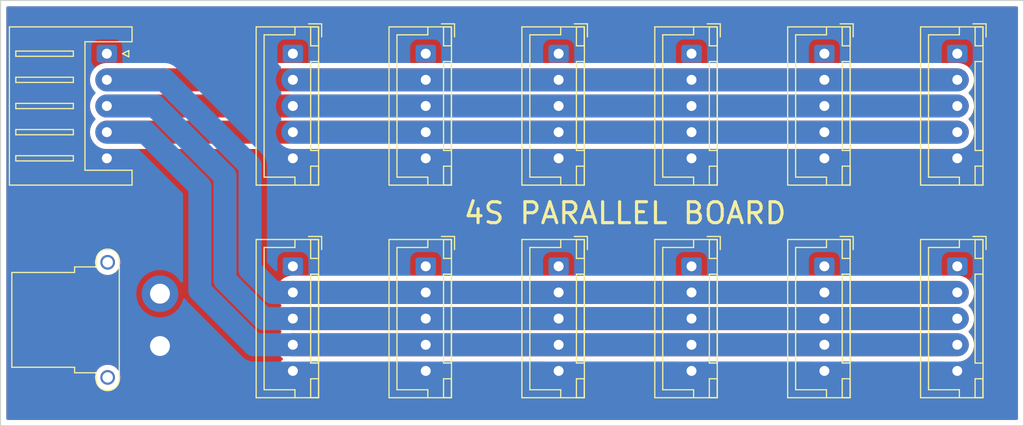
<source format=kicad_pcb>
(kicad_pcb (version 20171130) (host pcbnew "(5.1.9)-1")

  (general
    (thickness 1.6)
    (drawings 5)
    (tracks 28)
    (zones 0)
    (modules 14)
    (nets 6)
  )

  (page A4)
  (layers
    (0 F.Cu signal)
    (31 B.Cu signal)
    (32 B.Adhes user)
    (33 F.Adhes user)
    (34 B.Paste user)
    (35 F.Paste user)
    (36 B.SilkS user)
    (37 F.SilkS user)
    (38 B.Mask user)
    (39 F.Mask user)
    (40 Dwgs.User user)
    (41 Cmts.User user)
    (42 Eco1.User user)
    (43 Eco2.User user)
    (44 Edge.Cuts user)
    (45 Margin user)
    (46 B.CrtYd user)
    (47 F.CrtYd user)
    (48 B.Fab user)
    (49 F.Fab user)
  )

  (setup
    (last_trace_width 2.2)
    (user_trace_width 2.2)
    (user_trace_width 2.3)
    (user_trace_width 2.4)
    (user_trace_width 2.5)
    (trace_clearance 0.2)
    (zone_clearance 0.508)
    (zone_45_only no)
    (trace_min 0.2)
    (via_size 0.8)
    (via_drill 0.4)
    (via_min_size 0.4)
    (via_min_drill 0.3)
    (uvia_size 0.3)
    (uvia_drill 0.1)
    (uvias_allowed no)
    (uvia_min_size 0.2)
    (uvia_min_drill 0.1)
    (edge_width 0.05)
    (segment_width 0.2)
    (pcb_text_width 0.3)
    (pcb_text_size 1.5 1.5)
    (mod_edge_width 0.12)
    (mod_text_size 1 1)
    (mod_text_width 0.15)
    (pad_size 1.524 1.524)
    (pad_drill 0.762)
    (pad_to_mask_clearance 0)
    (aux_axis_origin 0 0)
    (visible_elements 7FFFFFFF)
    (pcbplotparams
      (layerselection 0x010fc_ffffffff)
      (usegerberextensions false)
      (usegerberattributes true)
      (usegerberadvancedattributes true)
      (creategerberjobfile true)
      (excludeedgelayer true)
      (linewidth 0.100000)
      (plotframeref false)
      (viasonmask false)
      (mode 1)
      (useauxorigin false)
      (hpglpennumber 1)
      (hpglpenspeed 20)
      (hpglpendiameter 15.000000)
      (psnegative false)
      (psa4output false)
      (plotreference true)
      (plotvalue true)
      (plotinvisibletext false)
      (padsonsilk false)
      (subtractmaskfromsilk false)
      (outputformat 1)
      (mirror false)
      (drillshape 0)
      (scaleselection 1)
      (outputdirectory "gerber/"))
  )

  (net 0 "")
  (net 1 VCC)
  (net 2 GND)
  (net 3 /B4)
  (net 4 /B3)
  (net 5 /B2)

  (net_class Default "This is the default net class."
    (clearance 0.2)
    (trace_width 0.25)
    (via_dia 0.8)
    (via_drill 0.4)
    (uvia_dia 0.3)
    (uvia_drill 0.1)
    (add_net /B2)
    (add_net /B3)
    (add_net /B4)
    (add_net GND)
    (add_net VCC)
  )

  (module Connector_JST:JST_XH_B5B-XH-A_1x05_P2.50mm_Vertical (layer F.Cu) (tedit 5C28146C) (tstamp 619DB4F1)
    (at 167.64 97.79 270)
    (descr "JST XH series connector, B5B-XH-A (http://www.jst-mfg.com/product/pdf/eng/eXH.pdf), generated with kicad-footprint-generator")
    (tags "connector JST XH vertical")
    (path /61BF61A2)
    (fp_text reference J8 (at 5 -3.55 90) (layer F.SilkS) hide
      (effects (font (size 1 1) (thickness 0.15)))
    )
    (fp_text value Conn_01x05 (at 5 4.6 90) (layer F.Fab) hide
      (effects (font (size 1 1) (thickness 0.15)))
    )
    (fp_line (start -2.85 -2.75) (end -2.85 -1.5) (layer F.SilkS) (width 0.12))
    (fp_line (start -1.6 -2.75) (end -2.85 -2.75) (layer F.SilkS) (width 0.12))
    (fp_line (start 11.8 2.75) (end 5 2.75) (layer F.SilkS) (width 0.12))
    (fp_line (start 11.8 -0.2) (end 11.8 2.75) (layer F.SilkS) (width 0.12))
    (fp_line (start 12.55 -0.2) (end 11.8 -0.2) (layer F.SilkS) (width 0.12))
    (fp_line (start -1.8 2.75) (end 5 2.75) (layer F.SilkS) (width 0.12))
    (fp_line (start -1.8 -0.2) (end -1.8 2.75) (layer F.SilkS) (width 0.12))
    (fp_line (start -2.55 -0.2) (end -1.8 -0.2) (layer F.SilkS) (width 0.12))
    (fp_line (start 12.55 -2.45) (end 10.75 -2.45) (layer F.SilkS) (width 0.12))
    (fp_line (start 12.55 -1.7) (end 12.55 -2.45) (layer F.SilkS) (width 0.12))
    (fp_line (start 10.75 -1.7) (end 12.55 -1.7) (layer F.SilkS) (width 0.12))
    (fp_line (start 10.75 -2.45) (end 10.75 -1.7) (layer F.SilkS) (width 0.12))
    (fp_line (start -0.75 -2.45) (end -2.55 -2.45) (layer F.SilkS) (width 0.12))
    (fp_line (start -0.75 -1.7) (end -0.75 -2.45) (layer F.SilkS) (width 0.12))
    (fp_line (start -2.55 -1.7) (end -0.75 -1.7) (layer F.SilkS) (width 0.12))
    (fp_line (start -2.55 -2.45) (end -2.55 -1.7) (layer F.SilkS) (width 0.12))
    (fp_line (start 9.25 -2.45) (end 0.75 -2.45) (layer F.SilkS) (width 0.12))
    (fp_line (start 9.25 -1.7) (end 9.25 -2.45) (layer F.SilkS) (width 0.12))
    (fp_line (start 0.75 -1.7) (end 9.25 -1.7) (layer F.SilkS) (width 0.12))
    (fp_line (start 0.75 -2.45) (end 0.75 -1.7) (layer F.SilkS) (width 0.12))
    (fp_line (start 0 -1.35) (end 0.625 -2.35) (layer F.Fab) (width 0.1))
    (fp_line (start -0.625 -2.35) (end 0 -1.35) (layer F.Fab) (width 0.1))
    (fp_line (start 12.95 -2.85) (end -2.95 -2.85) (layer F.CrtYd) (width 0.05))
    (fp_line (start 12.95 3.9) (end 12.95 -2.85) (layer F.CrtYd) (width 0.05))
    (fp_line (start -2.95 3.9) (end 12.95 3.9) (layer F.CrtYd) (width 0.05))
    (fp_line (start -2.95 -2.85) (end -2.95 3.9) (layer F.CrtYd) (width 0.05))
    (fp_line (start 12.56 -2.46) (end -2.56 -2.46) (layer F.SilkS) (width 0.12))
    (fp_line (start 12.56 3.51) (end 12.56 -2.46) (layer F.SilkS) (width 0.12))
    (fp_line (start -2.56 3.51) (end 12.56 3.51) (layer F.SilkS) (width 0.12))
    (fp_line (start -2.56 -2.46) (end -2.56 3.51) (layer F.SilkS) (width 0.12))
    (fp_line (start 12.45 -2.35) (end -2.45 -2.35) (layer F.Fab) (width 0.1))
    (fp_line (start 12.45 3.4) (end 12.45 -2.35) (layer F.Fab) (width 0.1))
    (fp_line (start -2.45 3.4) (end 12.45 3.4) (layer F.Fab) (width 0.1))
    (fp_line (start -2.45 -2.35) (end -2.45 3.4) (layer F.Fab) (width 0.1))
    (fp_text user %R (at 5 2.7 90) (layer F.Fab) hide
      (effects (font (size 1 1) (thickness 0.15)))
    )
    (pad 1 thru_hole roundrect (at 0 0 270) (size 1.7 1.95) (drill 0.95) (layers *.Cu *.Mask) (roundrect_rratio 0.147059)
      (net 1 VCC))
    (pad 2 thru_hole oval (at 2.5 0 270) (size 1.7 1.95) (drill 0.95) (layers *.Cu *.Mask)
      (net 5 /B2))
    (pad 3 thru_hole oval (at 5 0 270) (size 1.7 1.95) (drill 0.95) (layers *.Cu *.Mask)
      (net 4 /B3))
    (pad 4 thru_hole oval (at 7.5 0 270) (size 1.7 1.95) (drill 0.95) (layers *.Cu *.Mask)
      (net 3 /B4))
    (pad 5 thru_hole oval (at 10 0 270) (size 1.7 1.95) (drill 0.95) (layers *.Cu *.Mask)
      (net 2 GND))
    (model ${KISYS3DMOD}/Connector_JST.3dshapes/JST_XH_B5B-XH-A_1x05_P2.50mm_Vertical.wrl
      (at (xyz 0 0 0))
      (scale (xyz 1 1 1))
      (rotate (xyz 0 0 0))
    )
  )

  (module Connector_JST:JST_XH_B5B-XH-A_1x05_P2.50mm_Vertical (layer F.Cu) (tedit 5C28146C) (tstamp 619DB5F9)
    (at 167.64 118.11 270)
    (descr "JST XH series connector, B5B-XH-A (http://www.jst-mfg.com/product/pdf/eng/eXH.pdf), generated with kicad-footprint-generator")
    (tags "connector JST XH vertical")
    (path /61BF61CC)
    (fp_text reference J14 (at 5 -3.55 90) (layer F.SilkS) hide
      (effects (font (size 1 1) (thickness 0.15)))
    )
    (fp_text value Conn_01x05 (at 5 4.6 90) (layer F.Fab) hide
      (effects (font (size 1 1) (thickness 0.15)))
    )
    (fp_line (start -2.85 -2.75) (end -2.85 -1.5) (layer F.SilkS) (width 0.12))
    (fp_line (start -1.6 -2.75) (end -2.85 -2.75) (layer F.SilkS) (width 0.12))
    (fp_line (start 11.8 2.75) (end 5 2.75) (layer F.SilkS) (width 0.12))
    (fp_line (start 11.8 -0.2) (end 11.8 2.75) (layer F.SilkS) (width 0.12))
    (fp_line (start 12.55 -0.2) (end 11.8 -0.2) (layer F.SilkS) (width 0.12))
    (fp_line (start -1.8 2.75) (end 5 2.75) (layer F.SilkS) (width 0.12))
    (fp_line (start -1.8 -0.2) (end -1.8 2.75) (layer F.SilkS) (width 0.12))
    (fp_line (start -2.55 -0.2) (end -1.8 -0.2) (layer F.SilkS) (width 0.12))
    (fp_line (start 12.55 -2.45) (end 10.75 -2.45) (layer F.SilkS) (width 0.12))
    (fp_line (start 12.55 -1.7) (end 12.55 -2.45) (layer F.SilkS) (width 0.12))
    (fp_line (start 10.75 -1.7) (end 12.55 -1.7) (layer F.SilkS) (width 0.12))
    (fp_line (start 10.75 -2.45) (end 10.75 -1.7) (layer F.SilkS) (width 0.12))
    (fp_line (start -0.75 -2.45) (end -2.55 -2.45) (layer F.SilkS) (width 0.12))
    (fp_line (start -0.75 -1.7) (end -0.75 -2.45) (layer F.SilkS) (width 0.12))
    (fp_line (start -2.55 -1.7) (end -0.75 -1.7) (layer F.SilkS) (width 0.12))
    (fp_line (start -2.55 -2.45) (end -2.55 -1.7) (layer F.SilkS) (width 0.12))
    (fp_line (start 9.25 -2.45) (end 0.75 -2.45) (layer F.SilkS) (width 0.12))
    (fp_line (start 9.25 -1.7) (end 9.25 -2.45) (layer F.SilkS) (width 0.12))
    (fp_line (start 0.75 -1.7) (end 9.25 -1.7) (layer F.SilkS) (width 0.12))
    (fp_line (start 0.75 -2.45) (end 0.75 -1.7) (layer F.SilkS) (width 0.12))
    (fp_line (start 0 -1.35) (end 0.625 -2.35) (layer F.Fab) (width 0.1))
    (fp_line (start -0.625 -2.35) (end 0 -1.35) (layer F.Fab) (width 0.1))
    (fp_line (start 12.95 -2.85) (end -2.95 -2.85) (layer F.CrtYd) (width 0.05))
    (fp_line (start 12.95 3.9) (end 12.95 -2.85) (layer F.CrtYd) (width 0.05))
    (fp_line (start -2.95 3.9) (end 12.95 3.9) (layer F.CrtYd) (width 0.05))
    (fp_line (start -2.95 -2.85) (end -2.95 3.9) (layer F.CrtYd) (width 0.05))
    (fp_line (start 12.56 -2.46) (end -2.56 -2.46) (layer F.SilkS) (width 0.12))
    (fp_line (start 12.56 3.51) (end 12.56 -2.46) (layer F.SilkS) (width 0.12))
    (fp_line (start -2.56 3.51) (end 12.56 3.51) (layer F.SilkS) (width 0.12))
    (fp_line (start -2.56 -2.46) (end -2.56 3.51) (layer F.SilkS) (width 0.12))
    (fp_line (start 12.45 -2.35) (end -2.45 -2.35) (layer F.Fab) (width 0.1))
    (fp_line (start 12.45 3.4) (end 12.45 -2.35) (layer F.Fab) (width 0.1))
    (fp_line (start -2.45 3.4) (end 12.45 3.4) (layer F.Fab) (width 0.1))
    (fp_line (start -2.45 -2.35) (end -2.45 3.4) (layer F.Fab) (width 0.1))
    (fp_text user %R (at 5 2.7 90) (layer F.Fab) hide
      (effects (font (size 1 1) (thickness 0.15)))
    )
    (pad 1 thru_hole roundrect (at 0 0 270) (size 1.7 1.95) (drill 0.95) (layers *.Cu *.Mask) (roundrect_rratio 0.147059)
      (net 1 VCC))
    (pad 2 thru_hole oval (at 2.5 0 270) (size 1.7 1.95) (drill 0.95) (layers *.Cu *.Mask)
      (net 5 /B2))
    (pad 3 thru_hole oval (at 5 0 270) (size 1.7 1.95) (drill 0.95) (layers *.Cu *.Mask)
      (net 4 /B3))
    (pad 4 thru_hole oval (at 7.5 0 270) (size 1.7 1.95) (drill 0.95) (layers *.Cu *.Mask)
      (net 3 /B4))
    (pad 5 thru_hole oval (at 10 0 270) (size 1.7 1.95) (drill 0.95) (layers *.Cu *.Mask)
      (net 2 GND))
    (model ${KISYS3DMOD}/Connector_JST.3dshapes/JST_XH_B5B-XH-A_1x05_P2.50mm_Vertical.wrl
      (at (xyz 0 0 0))
      (scale (xyz 1 1 1))
      (rotate (xyz 0 0 0))
    )
  )

  (module Connector_JST:JST_XH_B5B-XH-A_1x05_P2.50mm_Vertical (layer F.Cu) (tedit 5C28146C) (tstamp 619DB5CD)
    (at 154.94 118.11 270)
    (descr "JST XH series connector, B5B-XH-A (http://www.jst-mfg.com/product/pdf/eng/eXH.pdf), generated with kicad-footprint-generator")
    (tags "connector JST XH vertical")
    (path /61BEA282)
    (fp_text reference J13 (at 5 -3.55 90) (layer F.SilkS) hide
      (effects (font (size 1 1) (thickness 0.15)))
    )
    (fp_text value Conn_01x05 (at 5 4.6 90) (layer F.Fab) hide
      (effects (font (size 1 1) (thickness 0.15)))
    )
    (fp_line (start -2.85 -2.75) (end -2.85 -1.5) (layer F.SilkS) (width 0.12))
    (fp_line (start -1.6 -2.75) (end -2.85 -2.75) (layer F.SilkS) (width 0.12))
    (fp_line (start 11.8 2.75) (end 5 2.75) (layer F.SilkS) (width 0.12))
    (fp_line (start 11.8 -0.2) (end 11.8 2.75) (layer F.SilkS) (width 0.12))
    (fp_line (start 12.55 -0.2) (end 11.8 -0.2) (layer F.SilkS) (width 0.12))
    (fp_line (start -1.8 2.75) (end 5 2.75) (layer F.SilkS) (width 0.12))
    (fp_line (start -1.8 -0.2) (end -1.8 2.75) (layer F.SilkS) (width 0.12))
    (fp_line (start -2.55 -0.2) (end -1.8 -0.2) (layer F.SilkS) (width 0.12))
    (fp_line (start 12.55 -2.45) (end 10.75 -2.45) (layer F.SilkS) (width 0.12))
    (fp_line (start 12.55 -1.7) (end 12.55 -2.45) (layer F.SilkS) (width 0.12))
    (fp_line (start 10.75 -1.7) (end 12.55 -1.7) (layer F.SilkS) (width 0.12))
    (fp_line (start 10.75 -2.45) (end 10.75 -1.7) (layer F.SilkS) (width 0.12))
    (fp_line (start -0.75 -2.45) (end -2.55 -2.45) (layer F.SilkS) (width 0.12))
    (fp_line (start -0.75 -1.7) (end -0.75 -2.45) (layer F.SilkS) (width 0.12))
    (fp_line (start -2.55 -1.7) (end -0.75 -1.7) (layer F.SilkS) (width 0.12))
    (fp_line (start -2.55 -2.45) (end -2.55 -1.7) (layer F.SilkS) (width 0.12))
    (fp_line (start 9.25 -2.45) (end 0.75 -2.45) (layer F.SilkS) (width 0.12))
    (fp_line (start 9.25 -1.7) (end 9.25 -2.45) (layer F.SilkS) (width 0.12))
    (fp_line (start 0.75 -1.7) (end 9.25 -1.7) (layer F.SilkS) (width 0.12))
    (fp_line (start 0.75 -2.45) (end 0.75 -1.7) (layer F.SilkS) (width 0.12))
    (fp_line (start 0 -1.35) (end 0.625 -2.35) (layer F.Fab) (width 0.1))
    (fp_line (start -0.625 -2.35) (end 0 -1.35) (layer F.Fab) (width 0.1))
    (fp_line (start 12.95 -2.85) (end -2.95 -2.85) (layer F.CrtYd) (width 0.05))
    (fp_line (start 12.95 3.9) (end 12.95 -2.85) (layer F.CrtYd) (width 0.05))
    (fp_line (start -2.95 3.9) (end 12.95 3.9) (layer F.CrtYd) (width 0.05))
    (fp_line (start -2.95 -2.85) (end -2.95 3.9) (layer F.CrtYd) (width 0.05))
    (fp_line (start 12.56 -2.46) (end -2.56 -2.46) (layer F.SilkS) (width 0.12))
    (fp_line (start 12.56 3.51) (end 12.56 -2.46) (layer F.SilkS) (width 0.12))
    (fp_line (start -2.56 3.51) (end 12.56 3.51) (layer F.SilkS) (width 0.12))
    (fp_line (start -2.56 -2.46) (end -2.56 3.51) (layer F.SilkS) (width 0.12))
    (fp_line (start 12.45 -2.35) (end -2.45 -2.35) (layer F.Fab) (width 0.1))
    (fp_line (start 12.45 3.4) (end 12.45 -2.35) (layer F.Fab) (width 0.1))
    (fp_line (start -2.45 3.4) (end 12.45 3.4) (layer F.Fab) (width 0.1))
    (fp_line (start -2.45 -2.35) (end -2.45 3.4) (layer F.Fab) (width 0.1))
    (fp_text user %R (at 5 2.7 90) (layer F.Fab) hide
      (effects (font (size 1 1) (thickness 0.15)))
    )
    (pad 1 thru_hole roundrect (at 0 0 270) (size 1.7 1.95) (drill 0.95) (layers *.Cu *.Mask) (roundrect_rratio 0.147059)
      (net 1 VCC))
    (pad 2 thru_hole oval (at 2.5 0 270) (size 1.7 1.95) (drill 0.95) (layers *.Cu *.Mask)
      (net 5 /B2))
    (pad 3 thru_hole oval (at 5 0 270) (size 1.7 1.95) (drill 0.95) (layers *.Cu *.Mask)
      (net 4 /B3))
    (pad 4 thru_hole oval (at 7.5 0 270) (size 1.7 1.95) (drill 0.95) (layers *.Cu *.Mask)
      (net 3 /B4))
    (pad 5 thru_hole oval (at 10 0 270) (size 1.7 1.95) (drill 0.95) (layers *.Cu *.Mask)
      (net 2 GND))
    (model ${KISYS3DMOD}/Connector_JST.3dshapes/JST_XH_B5B-XH-A_1x05_P2.50mm_Vertical.wrl
      (at (xyz 0 0 0))
      (scale (xyz 1 1 1))
      (rotate (xyz 0 0 0))
    )
  )

  (module Connector_JST:JST_XH_B5B-XH-A_1x05_P2.50mm_Vertical (layer F.Cu) (tedit 5C28146C) (tstamp 619DB5A1)
    (at 142.24 118.11 270)
    (descr "JST XH series connector, B5B-XH-A (http://www.jst-mfg.com/product/pdf/eng/eXH.pdf), generated with kicad-footprint-generator")
    (tags "connector JST XH vertical")
    (path /61BD5936)
    (fp_text reference J12 (at 5 -3.55 90) (layer F.SilkS) hide
      (effects (font (size 1 1) (thickness 0.15)))
    )
    (fp_text value Conn_01x05 (at 5 4.6 90) (layer F.Fab) hide
      (effects (font (size 1 1) (thickness 0.15)))
    )
    (fp_line (start -2.85 -2.75) (end -2.85 -1.5) (layer F.SilkS) (width 0.12))
    (fp_line (start -1.6 -2.75) (end -2.85 -2.75) (layer F.SilkS) (width 0.12))
    (fp_line (start 11.8 2.75) (end 5 2.75) (layer F.SilkS) (width 0.12))
    (fp_line (start 11.8 -0.2) (end 11.8 2.75) (layer F.SilkS) (width 0.12))
    (fp_line (start 12.55 -0.2) (end 11.8 -0.2) (layer F.SilkS) (width 0.12))
    (fp_line (start -1.8 2.75) (end 5 2.75) (layer F.SilkS) (width 0.12))
    (fp_line (start -1.8 -0.2) (end -1.8 2.75) (layer F.SilkS) (width 0.12))
    (fp_line (start -2.55 -0.2) (end -1.8 -0.2) (layer F.SilkS) (width 0.12))
    (fp_line (start 12.55 -2.45) (end 10.75 -2.45) (layer F.SilkS) (width 0.12))
    (fp_line (start 12.55 -1.7) (end 12.55 -2.45) (layer F.SilkS) (width 0.12))
    (fp_line (start 10.75 -1.7) (end 12.55 -1.7) (layer F.SilkS) (width 0.12))
    (fp_line (start 10.75 -2.45) (end 10.75 -1.7) (layer F.SilkS) (width 0.12))
    (fp_line (start -0.75 -2.45) (end -2.55 -2.45) (layer F.SilkS) (width 0.12))
    (fp_line (start -0.75 -1.7) (end -0.75 -2.45) (layer F.SilkS) (width 0.12))
    (fp_line (start -2.55 -1.7) (end -0.75 -1.7) (layer F.SilkS) (width 0.12))
    (fp_line (start -2.55 -2.45) (end -2.55 -1.7) (layer F.SilkS) (width 0.12))
    (fp_line (start 9.25 -2.45) (end 0.75 -2.45) (layer F.SilkS) (width 0.12))
    (fp_line (start 9.25 -1.7) (end 9.25 -2.45) (layer F.SilkS) (width 0.12))
    (fp_line (start 0.75 -1.7) (end 9.25 -1.7) (layer F.SilkS) (width 0.12))
    (fp_line (start 0.75 -2.45) (end 0.75 -1.7) (layer F.SilkS) (width 0.12))
    (fp_line (start 0 -1.35) (end 0.625 -2.35) (layer F.Fab) (width 0.1))
    (fp_line (start -0.625 -2.35) (end 0 -1.35) (layer F.Fab) (width 0.1))
    (fp_line (start 12.95 -2.85) (end -2.95 -2.85) (layer F.CrtYd) (width 0.05))
    (fp_line (start 12.95 3.9) (end 12.95 -2.85) (layer F.CrtYd) (width 0.05))
    (fp_line (start -2.95 3.9) (end 12.95 3.9) (layer F.CrtYd) (width 0.05))
    (fp_line (start -2.95 -2.85) (end -2.95 3.9) (layer F.CrtYd) (width 0.05))
    (fp_line (start 12.56 -2.46) (end -2.56 -2.46) (layer F.SilkS) (width 0.12))
    (fp_line (start 12.56 3.51) (end 12.56 -2.46) (layer F.SilkS) (width 0.12))
    (fp_line (start -2.56 3.51) (end 12.56 3.51) (layer F.SilkS) (width 0.12))
    (fp_line (start -2.56 -2.46) (end -2.56 3.51) (layer F.SilkS) (width 0.12))
    (fp_line (start 12.45 -2.35) (end -2.45 -2.35) (layer F.Fab) (width 0.1))
    (fp_line (start 12.45 3.4) (end 12.45 -2.35) (layer F.Fab) (width 0.1))
    (fp_line (start -2.45 3.4) (end 12.45 3.4) (layer F.Fab) (width 0.1))
    (fp_line (start -2.45 -2.35) (end -2.45 3.4) (layer F.Fab) (width 0.1))
    (fp_text user %R (at 5 2.7 90) (layer F.Fab) hide
      (effects (font (size 1 1) (thickness 0.15)))
    )
    (pad 1 thru_hole roundrect (at 0 0 270) (size 1.7 1.95) (drill 0.95) (layers *.Cu *.Mask) (roundrect_rratio 0.147059)
      (net 1 VCC))
    (pad 2 thru_hole oval (at 2.5 0 270) (size 1.7 1.95) (drill 0.95) (layers *.Cu *.Mask)
      (net 5 /B2))
    (pad 3 thru_hole oval (at 5 0 270) (size 1.7 1.95) (drill 0.95) (layers *.Cu *.Mask)
      (net 4 /B3))
    (pad 4 thru_hole oval (at 7.5 0 270) (size 1.7 1.95) (drill 0.95) (layers *.Cu *.Mask)
      (net 3 /B4))
    (pad 5 thru_hole oval (at 10 0 270) (size 1.7 1.95) (drill 0.95) (layers *.Cu *.Mask)
      (net 2 GND))
    (model ${KISYS3DMOD}/Connector_JST.3dshapes/JST_XH_B5B-XH-A_1x05_P2.50mm_Vertical.wrl
      (at (xyz 0 0 0))
      (scale (xyz 1 1 1))
      (rotate (xyz 0 0 0))
    )
  )

  (module Connector_JST:JST_XH_B5B-XH-A_1x05_P2.50mm_Vertical (layer F.Cu) (tedit 5C28146C) (tstamp 619DB575)
    (at 129.54 118.11 270)
    (descr "JST XH series connector, B5B-XH-A (http://www.jst-mfg.com/product/pdf/eng/eXH.pdf), generated with kicad-footprint-generator")
    (tags "connector JST XH vertical")
    (path /61BF61B7)
    (fp_text reference J11 (at 5 -3.55 90) (layer F.SilkS) hide
      (effects (font (size 1 1) (thickness 0.15)))
    )
    (fp_text value Conn_01x05 (at 5 4.6 90) (layer F.Fab) hide
      (effects (font (size 1 1) (thickness 0.15)))
    )
    (fp_line (start -2.85 -2.75) (end -2.85 -1.5) (layer F.SilkS) (width 0.12))
    (fp_line (start -1.6 -2.75) (end -2.85 -2.75) (layer F.SilkS) (width 0.12))
    (fp_line (start 11.8 2.75) (end 5 2.75) (layer F.SilkS) (width 0.12))
    (fp_line (start 11.8 -0.2) (end 11.8 2.75) (layer F.SilkS) (width 0.12))
    (fp_line (start 12.55 -0.2) (end 11.8 -0.2) (layer F.SilkS) (width 0.12))
    (fp_line (start -1.8 2.75) (end 5 2.75) (layer F.SilkS) (width 0.12))
    (fp_line (start -1.8 -0.2) (end -1.8 2.75) (layer F.SilkS) (width 0.12))
    (fp_line (start -2.55 -0.2) (end -1.8 -0.2) (layer F.SilkS) (width 0.12))
    (fp_line (start 12.55 -2.45) (end 10.75 -2.45) (layer F.SilkS) (width 0.12))
    (fp_line (start 12.55 -1.7) (end 12.55 -2.45) (layer F.SilkS) (width 0.12))
    (fp_line (start 10.75 -1.7) (end 12.55 -1.7) (layer F.SilkS) (width 0.12))
    (fp_line (start 10.75 -2.45) (end 10.75 -1.7) (layer F.SilkS) (width 0.12))
    (fp_line (start -0.75 -2.45) (end -2.55 -2.45) (layer F.SilkS) (width 0.12))
    (fp_line (start -0.75 -1.7) (end -0.75 -2.45) (layer F.SilkS) (width 0.12))
    (fp_line (start -2.55 -1.7) (end -0.75 -1.7) (layer F.SilkS) (width 0.12))
    (fp_line (start -2.55 -2.45) (end -2.55 -1.7) (layer F.SilkS) (width 0.12))
    (fp_line (start 9.25 -2.45) (end 0.75 -2.45) (layer F.SilkS) (width 0.12))
    (fp_line (start 9.25 -1.7) (end 9.25 -2.45) (layer F.SilkS) (width 0.12))
    (fp_line (start 0.75 -1.7) (end 9.25 -1.7) (layer F.SilkS) (width 0.12))
    (fp_line (start 0.75 -2.45) (end 0.75 -1.7) (layer F.SilkS) (width 0.12))
    (fp_line (start 0 -1.35) (end 0.625 -2.35) (layer F.Fab) (width 0.1))
    (fp_line (start -0.625 -2.35) (end 0 -1.35) (layer F.Fab) (width 0.1))
    (fp_line (start 12.95 -2.85) (end -2.95 -2.85) (layer F.CrtYd) (width 0.05))
    (fp_line (start 12.95 3.9) (end 12.95 -2.85) (layer F.CrtYd) (width 0.05))
    (fp_line (start -2.95 3.9) (end 12.95 3.9) (layer F.CrtYd) (width 0.05))
    (fp_line (start -2.95 -2.85) (end -2.95 3.9) (layer F.CrtYd) (width 0.05))
    (fp_line (start 12.56 -2.46) (end -2.56 -2.46) (layer F.SilkS) (width 0.12))
    (fp_line (start 12.56 3.51) (end 12.56 -2.46) (layer F.SilkS) (width 0.12))
    (fp_line (start -2.56 3.51) (end 12.56 3.51) (layer F.SilkS) (width 0.12))
    (fp_line (start -2.56 -2.46) (end -2.56 3.51) (layer F.SilkS) (width 0.12))
    (fp_line (start 12.45 -2.35) (end -2.45 -2.35) (layer F.Fab) (width 0.1))
    (fp_line (start 12.45 3.4) (end 12.45 -2.35) (layer F.Fab) (width 0.1))
    (fp_line (start -2.45 3.4) (end 12.45 3.4) (layer F.Fab) (width 0.1))
    (fp_line (start -2.45 -2.35) (end -2.45 3.4) (layer F.Fab) (width 0.1))
    (fp_text user %R (at 5 2.7 90) (layer F.Fab) hide
      (effects (font (size 1 1) (thickness 0.15)))
    )
    (pad 1 thru_hole roundrect (at 0 0 270) (size 1.7 1.95) (drill 0.95) (layers *.Cu *.Mask) (roundrect_rratio 0.147059)
      (net 1 VCC))
    (pad 2 thru_hole oval (at 2.5 0 270) (size 1.7 1.95) (drill 0.95) (layers *.Cu *.Mask)
      (net 5 /B2))
    (pad 3 thru_hole oval (at 5 0 270) (size 1.7 1.95) (drill 0.95) (layers *.Cu *.Mask)
      (net 4 /B3))
    (pad 4 thru_hole oval (at 7.5 0 270) (size 1.7 1.95) (drill 0.95) (layers *.Cu *.Mask)
      (net 3 /B4))
    (pad 5 thru_hole oval (at 10 0 270) (size 1.7 1.95) (drill 0.95) (layers *.Cu *.Mask)
      (net 2 GND))
    (model ${KISYS3DMOD}/Connector_JST.3dshapes/JST_XH_B5B-XH-A_1x05_P2.50mm_Vertical.wrl
      (at (xyz 0 0 0))
      (scale (xyz 1 1 1))
      (rotate (xyz 0 0 0))
    )
  )

  (module Connector_JST:JST_XH_B5B-XH-A_1x05_P2.50mm_Vertical (layer F.Cu) (tedit 5C28146C) (tstamp 619DB549)
    (at 116.84 118.11 270)
    (descr "JST XH series connector, B5B-XH-A (http://www.jst-mfg.com/product/pdf/eng/eXH.pdf), generated with kicad-footprint-generator")
    (tags "connector JST XH vertical")
    (path /61BEA26D)
    (fp_text reference J10 (at 5 -3.55 90) (layer F.SilkS) hide
      (effects (font (size 1 1) (thickness 0.15)))
    )
    (fp_text value Conn_01x05 (at 5 4.6 90) (layer F.Fab) hide
      (effects (font (size 1 1) (thickness 0.15)))
    )
    (fp_line (start -2.85 -2.75) (end -2.85 -1.5) (layer F.SilkS) (width 0.12))
    (fp_line (start -1.6 -2.75) (end -2.85 -2.75) (layer F.SilkS) (width 0.12))
    (fp_line (start 11.8 2.75) (end 5 2.75) (layer F.SilkS) (width 0.12))
    (fp_line (start 11.8 -0.2) (end 11.8 2.75) (layer F.SilkS) (width 0.12))
    (fp_line (start 12.55 -0.2) (end 11.8 -0.2) (layer F.SilkS) (width 0.12))
    (fp_line (start -1.8 2.75) (end 5 2.75) (layer F.SilkS) (width 0.12))
    (fp_line (start -1.8 -0.2) (end -1.8 2.75) (layer F.SilkS) (width 0.12))
    (fp_line (start -2.55 -0.2) (end -1.8 -0.2) (layer F.SilkS) (width 0.12))
    (fp_line (start 12.55 -2.45) (end 10.75 -2.45) (layer F.SilkS) (width 0.12))
    (fp_line (start 12.55 -1.7) (end 12.55 -2.45) (layer F.SilkS) (width 0.12))
    (fp_line (start 10.75 -1.7) (end 12.55 -1.7) (layer F.SilkS) (width 0.12))
    (fp_line (start 10.75 -2.45) (end 10.75 -1.7) (layer F.SilkS) (width 0.12))
    (fp_line (start -0.75 -2.45) (end -2.55 -2.45) (layer F.SilkS) (width 0.12))
    (fp_line (start -0.75 -1.7) (end -0.75 -2.45) (layer F.SilkS) (width 0.12))
    (fp_line (start -2.55 -1.7) (end -0.75 -1.7) (layer F.SilkS) (width 0.12))
    (fp_line (start -2.55 -2.45) (end -2.55 -1.7) (layer F.SilkS) (width 0.12))
    (fp_line (start 9.25 -2.45) (end 0.75 -2.45) (layer F.SilkS) (width 0.12))
    (fp_line (start 9.25 -1.7) (end 9.25 -2.45) (layer F.SilkS) (width 0.12))
    (fp_line (start 0.75 -1.7) (end 9.25 -1.7) (layer F.SilkS) (width 0.12))
    (fp_line (start 0.75 -2.45) (end 0.75 -1.7) (layer F.SilkS) (width 0.12))
    (fp_line (start 0 -1.35) (end 0.625 -2.35) (layer F.Fab) (width 0.1))
    (fp_line (start -0.625 -2.35) (end 0 -1.35) (layer F.Fab) (width 0.1))
    (fp_line (start 12.95 -2.85) (end -2.95 -2.85) (layer F.CrtYd) (width 0.05))
    (fp_line (start 12.95 3.9) (end 12.95 -2.85) (layer F.CrtYd) (width 0.05))
    (fp_line (start -2.95 3.9) (end 12.95 3.9) (layer F.CrtYd) (width 0.05))
    (fp_line (start -2.95 -2.85) (end -2.95 3.9) (layer F.CrtYd) (width 0.05))
    (fp_line (start 12.56 -2.46) (end -2.56 -2.46) (layer F.SilkS) (width 0.12))
    (fp_line (start 12.56 3.51) (end 12.56 -2.46) (layer F.SilkS) (width 0.12))
    (fp_line (start -2.56 3.51) (end 12.56 3.51) (layer F.SilkS) (width 0.12))
    (fp_line (start -2.56 -2.46) (end -2.56 3.51) (layer F.SilkS) (width 0.12))
    (fp_line (start 12.45 -2.35) (end -2.45 -2.35) (layer F.Fab) (width 0.1))
    (fp_line (start 12.45 3.4) (end 12.45 -2.35) (layer F.Fab) (width 0.1))
    (fp_line (start -2.45 3.4) (end 12.45 3.4) (layer F.Fab) (width 0.1))
    (fp_line (start -2.45 -2.35) (end -2.45 3.4) (layer F.Fab) (width 0.1))
    (fp_text user %R (at 5 2.7 90) (layer F.Fab) hide
      (effects (font (size 1 1) (thickness 0.15)))
    )
    (pad 1 thru_hole roundrect (at 0 0 270) (size 1.7 1.95) (drill 0.95) (layers *.Cu *.Mask) (roundrect_rratio 0.147059)
      (net 1 VCC))
    (pad 2 thru_hole oval (at 2.5 0 270) (size 1.7 1.95) (drill 0.95) (layers *.Cu *.Mask)
      (net 5 /B2))
    (pad 3 thru_hole oval (at 5 0 270) (size 1.7 1.95) (drill 0.95) (layers *.Cu *.Mask)
      (net 4 /B3))
    (pad 4 thru_hole oval (at 7.5 0 270) (size 1.7 1.95) (drill 0.95) (layers *.Cu *.Mask)
      (net 3 /B4))
    (pad 5 thru_hole oval (at 10 0 270) (size 1.7 1.95) (drill 0.95) (layers *.Cu *.Mask)
      (net 2 GND))
    (model ${KISYS3DMOD}/Connector_JST.3dshapes/JST_XH_B5B-XH-A_1x05_P2.50mm_Vertical.wrl
      (at (xyz 0 0 0))
      (scale (xyz 1 1 1))
      (rotate (xyz 0 0 0))
    )
  )

  (module Connector_JST:JST_XH_B5B-XH-A_1x05_P2.50mm_Vertical (layer F.Cu) (tedit 5C28146C) (tstamp 619DB51D)
    (at 104.14 118.11 270)
    (descr "JST XH series connector, B5B-XH-A (http://www.jst-mfg.com/product/pdf/eng/eXH.pdf), generated with kicad-footprint-generator")
    (tags "connector JST XH vertical")
    (path /61BD5921)
    (fp_text reference J9 (at 5 -3.55 90) (layer F.SilkS) hide
      (effects (font (size 1 1) (thickness 0.15)))
    )
    (fp_text value Conn_01x05 (at 5 4.6 90) (layer F.Fab) hide
      (effects (font (size 1 1) (thickness 0.15)))
    )
    (fp_line (start -2.85 -2.75) (end -2.85 -1.5) (layer F.SilkS) (width 0.12))
    (fp_line (start -1.6 -2.75) (end -2.85 -2.75) (layer F.SilkS) (width 0.12))
    (fp_line (start 11.8 2.75) (end 5 2.75) (layer F.SilkS) (width 0.12))
    (fp_line (start 11.8 -0.2) (end 11.8 2.75) (layer F.SilkS) (width 0.12))
    (fp_line (start 12.55 -0.2) (end 11.8 -0.2) (layer F.SilkS) (width 0.12))
    (fp_line (start -1.8 2.75) (end 5 2.75) (layer F.SilkS) (width 0.12))
    (fp_line (start -1.8 -0.2) (end -1.8 2.75) (layer F.SilkS) (width 0.12))
    (fp_line (start -2.55 -0.2) (end -1.8 -0.2) (layer F.SilkS) (width 0.12))
    (fp_line (start 12.55 -2.45) (end 10.75 -2.45) (layer F.SilkS) (width 0.12))
    (fp_line (start 12.55 -1.7) (end 12.55 -2.45) (layer F.SilkS) (width 0.12))
    (fp_line (start 10.75 -1.7) (end 12.55 -1.7) (layer F.SilkS) (width 0.12))
    (fp_line (start 10.75 -2.45) (end 10.75 -1.7) (layer F.SilkS) (width 0.12))
    (fp_line (start -0.75 -2.45) (end -2.55 -2.45) (layer F.SilkS) (width 0.12))
    (fp_line (start -0.75 -1.7) (end -0.75 -2.45) (layer F.SilkS) (width 0.12))
    (fp_line (start -2.55 -1.7) (end -0.75 -1.7) (layer F.SilkS) (width 0.12))
    (fp_line (start -2.55 -2.45) (end -2.55 -1.7) (layer F.SilkS) (width 0.12))
    (fp_line (start 9.25 -2.45) (end 0.75 -2.45) (layer F.SilkS) (width 0.12))
    (fp_line (start 9.25 -1.7) (end 9.25 -2.45) (layer F.SilkS) (width 0.12))
    (fp_line (start 0.75 -1.7) (end 9.25 -1.7) (layer F.SilkS) (width 0.12))
    (fp_line (start 0.75 -2.45) (end 0.75 -1.7) (layer F.SilkS) (width 0.12))
    (fp_line (start 0 -1.35) (end 0.625 -2.35) (layer F.Fab) (width 0.1))
    (fp_line (start -0.625 -2.35) (end 0 -1.35) (layer F.Fab) (width 0.1))
    (fp_line (start 12.95 -2.85) (end -2.95 -2.85) (layer F.CrtYd) (width 0.05))
    (fp_line (start 12.95 3.9) (end 12.95 -2.85) (layer F.CrtYd) (width 0.05))
    (fp_line (start -2.95 3.9) (end 12.95 3.9) (layer F.CrtYd) (width 0.05))
    (fp_line (start -2.95 -2.85) (end -2.95 3.9) (layer F.CrtYd) (width 0.05))
    (fp_line (start 12.56 -2.46) (end -2.56 -2.46) (layer F.SilkS) (width 0.12))
    (fp_line (start 12.56 3.51) (end 12.56 -2.46) (layer F.SilkS) (width 0.12))
    (fp_line (start -2.56 3.51) (end 12.56 3.51) (layer F.SilkS) (width 0.12))
    (fp_line (start -2.56 -2.46) (end -2.56 3.51) (layer F.SilkS) (width 0.12))
    (fp_line (start 12.45 -2.35) (end -2.45 -2.35) (layer F.Fab) (width 0.1))
    (fp_line (start 12.45 3.4) (end 12.45 -2.35) (layer F.Fab) (width 0.1))
    (fp_line (start -2.45 3.4) (end 12.45 3.4) (layer F.Fab) (width 0.1))
    (fp_line (start -2.45 -2.35) (end -2.45 3.4) (layer F.Fab) (width 0.1))
    (fp_text user %R (at 5 2.7 90) (layer F.Fab) hide
      (effects (font (size 1 1) (thickness 0.15)))
    )
    (pad 1 thru_hole roundrect (at 0 0 270) (size 1.7 1.95) (drill 0.95) (layers *.Cu *.Mask) (roundrect_rratio 0.147059)
      (net 1 VCC))
    (pad 2 thru_hole oval (at 2.5 0 270) (size 1.7 1.95) (drill 0.95) (layers *.Cu *.Mask)
      (net 5 /B2))
    (pad 3 thru_hole oval (at 5 0 270) (size 1.7 1.95) (drill 0.95) (layers *.Cu *.Mask)
      (net 4 /B3))
    (pad 4 thru_hole oval (at 7.5 0 270) (size 1.7 1.95) (drill 0.95) (layers *.Cu *.Mask)
      (net 3 /B4))
    (pad 5 thru_hole oval (at 10 0 270) (size 1.7 1.95) (drill 0.95) (layers *.Cu *.Mask)
      (net 2 GND))
    (model ${KISYS3DMOD}/Connector_JST.3dshapes/JST_XH_B5B-XH-A_1x05_P2.50mm_Vertical.wrl
      (at (xyz 0 0 0))
      (scale (xyz 1 1 1))
      (rotate (xyz 0 0 0))
    )
  )

  (module Connector_JST:JST_XH_B5B-XH-A_1x05_P2.50mm_Vertical (layer F.Cu) (tedit 5C28146C) (tstamp 619DB4C5)
    (at 154.94 97.79 270)
    (descr "JST XH series connector, B5B-XH-A (http://www.jst-mfg.com/product/pdf/eng/eXH.pdf), generated with kicad-footprint-generator")
    (tags "connector JST XH vertical")
    (path /61BEA258)
    (fp_text reference J7 (at 5 -3.55 90) (layer F.SilkS) hide
      (effects (font (size 1 1) (thickness 0.15)))
    )
    (fp_text value Conn_01x05 (at 5 4.6 90) (layer F.Fab) hide
      (effects (font (size 1 1) (thickness 0.15)))
    )
    (fp_line (start -2.85 -2.75) (end -2.85 -1.5) (layer F.SilkS) (width 0.12))
    (fp_line (start -1.6 -2.75) (end -2.85 -2.75) (layer F.SilkS) (width 0.12))
    (fp_line (start 11.8 2.75) (end 5 2.75) (layer F.SilkS) (width 0.12))
    (fp_line (start 11.8 -0.2) (end 11.8 2.75) (layer F.SilkS) (width 0.12))
    (fp_line (start 12.55 -0.2) (end 11.8 -0.2) (layer F.SilkS) (width 0.12))
    (fp_line (start -1.8 2.75) (end 5 2.75) (layer F.SilkS) (width 0.12))
    (fp_line (start -1.8 -0.2) (end -1.8 2.75) (layer F.SilkS) (width 0.12))
    (fp_line (start -2.55 -0.2) (end -1.8 -0.2) (layer F.SilkS) (width 0.12))
    (fp_line (start 12.55 -2.45) (end 10.75 -2.45) (layer F.SilkS) (width 0.12))
    (fp_line (start 12.55 -1.7) (end 12.55 -2.45) (layer F.SilkS) (width 0.12))
    (fp_line (start 10.75 -1.7) (end 12.55 -1.7) (layer F.SilkS) (width 0.12))
    (fp_line (start 10.75 -2.45) (end 10.75 -1.7) (layer F.SilkS) (width 0.12))
    (fp_line (start -0.75 -2.45) (end -2.55 -2.45) (layer F.SilkS) (width 0.12))
    (fp_line (start -0.75 -1.7) (end -0.75 -2.45) (layer F.SilkS) (width 0.12))
    (fp_line (start -2.55 -1.7) (end -0.75 -1.7) (layer F.SilkS) (width 0.12))
    (fp_line (start -2.55 -2.45) (end -2.55 -1.7) (layer F.SilkS) (width 0.12))
    (fp_line (start 9.25 -2.45) (end 0.75 -2.45) (layer F.SilkS) (width 0.12))
    (fp_line (start 9.25 -1.7) (end 9.25 -2.45) (layer F.SilkS) (width 0.12))
    (fp_line (start 0.75 -1.7) (end 9.25 -1.7) (layer F.SilkS) (width 0.12))
    (fp_line (start 0.75 -2.45) (end 0.75 -1.7) (layer F.SilkS) (width 0.12))
    (fp_line (start 0 -1.35) (end 0.625 -2.35) (layer F.Fab) (width 0.1))
    (fp_line (start -0.625 -2.35) (end 0 -1.35) (layer F.Fab) (width 0.1))
    (fp_line (start 12.95 -2.85) (end -2.95 -2.85) (layer F.CrtYd) (width 0.05))
    (fp_line (start 12.95 3.9) (end 12.95 -2.85) (layer F.CrtYd) (width 0.05))
    (fp_line (start -2.95 3.9) (end 12.95 3.9) (layer F.CrtYd) (width 0.05))
    (fp_line (start -2.95 -2.85) (end -2.95 3.9) (layer F.CrtYd) (width 0.05))
    (fp_line (start 12.56 -2.46) (end -2.56 -2.46) (layer F.SilkS) (width 0.12))
    (fp_line (start 12.56 3.51) (end 12.56 -2.46) (layer F.SilkS) (width 0.12))
    (fp_line (start -2.56 3.51) (end 12.56 3.51) (layer F.SilkS) (width 0.12))
    (fp_line (start -2.56 -2.46) (end -2.56 3.51) (layer F.SilkS) (width 0.12))
    (fp_line (start 12.45 -2.35) (end -2.45 -2.35) (layer F.Fab) (width 0.1))
    (fp_line (start 12.45 3.4) (end 12.45 -2.35) (layer F.Fab) (width 0.1))
    (fp_line (start -2.45 3.4) (end 12.45 3.4) (layer F.Fab) (width 0.1))
    (fp_line (start -2.45 -2.35) (end -2.45 3.4) (layer F.Fab) (width 0.1))
    (fp_text user %R (at 5 2.7 90) (layer F.Fab) hide
      (effects (font (size 1 1) (thickness 0.15)))
    )
    (pad 1 thru_hole roundrect (at 0 0 270) (size 1.7 1.95) (drill 0.95) (layers *.Cu *.Mask) (roundrect_rratio 0.147059)
      (net 1 VCC))
    (pad 2 thru_hole oval (at 2.5 0 270) (size 1.7 1.95) (drill 0.95) (layers *.Cu *.Mask)
      (net 5 /B2))
    (pad 3 thru_hole oval (at 5 0 270) (size 1.7 1.95) (drill 0.95) (layers *.Cu *.Mask)
      (net 4 /B3))
    (pad 4 thru_hole oval (at 7.5 0 270) (size 1.7 1.95) (drill 0.95) (layers *.Cu *.Mask)
      (net 3 /B4))
    (pad 5 thru_hole oval (at 10 0 270) (size 1.7 1.95) (drill 0.95) (layers *.Cu *.Mask)
      (net 2 GND))
    (model ${KISYS3DMOD}/Connector_JST.3dshapes/JST_XH_B5B-XH-A_1x05_P2.50mm_Vertical.wrl
      (at (xyz 0 0 0))
      (scale (xyz 1 1 1))
      (rotate (xyz 0 0 0))
    )
  )

  (module Connector_JST:JST_XH_B5B-XH-A_1x05_P2.50mm_Vertical (layer F.Cu) (tedit 5C28146C) (tstamp 619DB499)
    (at 142.24 97.79 270)
    (descr "JST XH series connector, B5B-XH-A (http://www.jst-mfg.com/product/pdf/eng/eXH.pdf), generated with kicad-footprint-generator")
    (tags "connector JST XH vertical")
    (path /61BD10FF)
    (fp_text reference J6 (at 5 -3.55 90) (layer F.SilkS) hide
      (effects (font (size 1 1) (thickness 0.15)))
    )
    (fp_text value Conn_01x05 (at 5 4.6 90) (layer F.Fab) hide
      (effects (font (size 1 1) (thickness 0.15)))
    )
    (fp_line (start -2.85 -2.75) (end -2.85 -1.5) (layer F.SilkS) (width 0.12))
    (fp_line (start -1.6 -2.75) (end -2.85 -2.75) (layer F.SilkS) (width 0.12))
    (fp_line (start 11.8 2.75) (end 5 2.75) (layer F.SilkS) (width 0.12))
    (fp_line (start 11.8 -0.2) (end 11.8 2.75) (layer F.SilkS) (width 0.12))
    (fp_line (start 12.55 -0.2) (end 11.8 -0.2) (layer F.SilkS) (width 0.12))
    (fp_line (start -1.8 2.75) (end 5 2.75) (layer F.SilkS) (width 0.12))
    (fp_line (start -1.8 -0.2) (end -1.8 2.75) (layer F.SilkS) (width 0.12))
    (fp_line (start -2.55 -0.2) (end -1.8 -0.2) (layer F.SilkS) (width 0.12))
    (fp_line (start 12.55 -2.45) (end 10.75 -2.45) (layer F.SilkS) (width 0.12))
    (fp_line (start 12.55 -1.7) (end 12.55 -2.45) (layer F.SilkS) (width 0.12))
    (fp_line (start 10.75 -1.7) (end 12.55 -1.7) (layer F.SilkS) (width 0.12))
    (fp_line (start 10.75 -2.45) (end 10.75 -1.7) (layer F.SilkS) (width 0.12))
    (fp_line (start -0.75 -2.45) (end -2.55 -2.45) (layer F.SilkS) (width 0.12))
    (fp_line (start -0.75 -1.7) (end -0.75 -2.45) (layer F.SilkS) (width 0.12))
    (fp_line (start -2.55 -1.7) (end -0.75 -1.7) (layer F.SilkS) (width 0.12))
    (fp_line (start -2.55 -2.45) (end -2.55 -1.7) (layer F.SilkS) (width 0.12))
    (fp_line (start 9.25 -2.45) (end 0.75 -2.45) (layer F.SilkS) (width 0.12))
    (fp_line (start 9.25 -1.7) (end 9.25 -2.45) (layer F.SilkS) (width 0.12))
    (fp_line (start 0.75 -1.7) (end 9.25 -1.7) (layer F.SilkS) (width 0.12))
    (fp_line (start 0.75 -2.45) (end 0.75 -1.7) (layer F.SilkS) (width 0.12))
    (fp_line (start 0 -1.35) (end 0.625 -2.35) (layer F.Fab) (width 0.1))
    (fp_line (start -0.625 -2.35) (end 0 -1.35) (layer F.Fab) (width 0.1))
    (fp_line (start 12.95 -2.85) (end -2.95 -2.85) (layer F.CrtYd) (width 0.05))
    (fp_line (start 12.95 3.9) (end 12.95 -2.85) (layer F.CrtYd) (width 0.05))
    (fp_line (start -2.95 3.9) (end 12.95 3.9) (layer F.CrtYd) (width 0.05))
    (fp_line (start -2.95 -2.85) (end -2.95 3.9) (layer F.CrtYd) (width 0.05))
    (fp_line (start 12.56 -2.46) (end -2.56 -2.46) (layer F.SilkS) (width 0.12))
    (fp_line (start 12.56 3.51) (end 12.56 -2.46) (layer F.SilkS) (width 0.12))
    (fp_line (start -2.56 3.51) (end 12.56 3.51) (layer F.SilkS) (width 0.12))
    (fp_line (start -2.56 -2.46) (end -2.56 3.51) (layer F.SilkS) (width 0.12))
    (fp_line (start 12.45 -2.35) (end -2.45 -2.35) (layer F.Fab) (width 0.1))
    (fp_line (start 12.45 3.4) (end 12.45 -2.35) (layer F.Fab) (width 0.1))
    (fp_line (start -2.45 3.4) (end 12.45 3.4) (layer F.Fab) (width 0.1))
    (fp_line (start -2.45 -2.35) (end -2.45 3.4) (layer F.Fab) (width 0.1))
    (fp_text user %R (at 5 2.7 90) (layer F.Fab) hide
      (effects (font (size 1 1) (thickness 0.15)))
    )
    (pad 1 thru_hole roundrect (at 0 0 270) (size 1.7 1.95) (drill 0.95) (layers *.Cu *.Mask) (roundrect_rratio 0.147059)
      (net 1 VCC))
    (pad 2 thru_hole oval (at 2.5 0 270) (size 1.7 1.95) (drill 0.95) (layers *.Cu *.Mask)
      (net 5 /B2))
    (pad 3 thru_hole oval (at 5 0 270) (size 1.7 1.95) (drill 0.95) (layers *.Cu *.Mask)
      (net 4 /B3))
    (pad 4 thru_hole oval (at 7.5 0 270) (size 1.7 1.95) (drill 0.95) (layers *.Cu *.Mask)
      (net 3 /B4))
    (pad 5 thru_hole oval (at 10 0 270) (size 1.7 1.95) (drill 0.95) (layers *.Cu *.Mask)
      (net 2 GND))
    (model ${KISYS3DMOD}/Connector_JST.3dshapes/JST_XH_B5B-XH-A_1x05_P2.50mm_Vertical.wrl
      (at (xyz 0 0 0))
      (scale (xyz 1 1 1))
      (rotate (xyz 0 0 0))
    )
  )

  (module Connector_JST:JST_XH_B5B-XH-A_1x05_P2.50mm_Vertical (layer F.Cu) (tedit 5C28146C) (tstamp 619DB46D)
    (at 129.54 97.79 270)
    (descr "JST XH series connector, B5B-XH-A (http://www.jst-mfg.com/product/pdf/eng/eXH.pdf), generated with kicad-footprint-generator")
    (tags "connector JST XH vertical")
    (path /61BF618D)
    (fp_text reference J5 (at 5 -3.55 90) (layer F.SilkS) hide
      (effects (font (size 1 1) (thickness 0.15)))
    )
    (fp_text value Conn_01x05 (at 5 4.6 90) (layer F.Fab) hide
      (effects (font (size 1 1) (thickness 0.15)))
    )
    (fp_line (start -2.85 -2.75) (end -2.85 -1.5) (layer F.SilkS) (width 0.12))
    (fp_line (start -1.6 -2.75) (end -2.85 -2.75) (layer F.SilkS) (width 0.12))
    (fp_line (start 11.8 2.75) (end 5 2.75) (layer F.SilkS) (width 0.12))
    (fp_line (start 11.8 -0.2) (end 11.8 2.75) (layer F.SilkS) (width 0.12))
    (fp_line (start 12.55 -0.2) (end 11.8 -0.2) (layer F.SilkS) (width 0.12))
    (fp_line (start -1.8 2.75) (end 5 2.75) (layer F.SilkS) (width 0.12))
    (fp_line (start -1.8 -0.2) (end -1.8 2.75) (layer F.SilkS) (width 0.12))
    (fp_line (start -2.55 -0.2) (end -1.8 -0.2) (layer F.SilkS) (width 0.12))
    (fp_line (start 12.55 -2.45) (end 10.75 -2.45) (layer F.SilkS) (width 0.12))
    (fp_line (start 12.55 -1.7) (end 12.55 -2.45) (layer F.SilkS) (width 0.12))
    (fp_line (start 10.75 -1.7) (end 12.55 -1.7) (layer F.SilkS) (width 0.12))
    (fp_line (start 10.75 -2.45) (end 10.75 -1.7) (layer F.SilkS) (width 0.12))
    (fp_line (start -0.75 -2.45) (end -2.55 -2.45) (layer F.SilkS) (width 0.12))
    (fp_line (start -0.75 -1.7) (end -0.75 -2.45) (layer F.SilkS) (width 0.12))
    (fp_line (start -2.55 -1.7) (end -0.75 -1.7) (layer F.SilkS) (width 0.12))
    (fp_line (start -2.55 -2.45) (end -2.55 -1.7) (layer F.SilkS) (width 0.12))
    (fp_line (start 9.25 -2.45) (end 0.75 -2.45) (layer F.SilkS) (width 0.12))
    (fp_line (start 9.25 -1.7) (end 9.25 -2.45) (layer F.SilkS) (width 0.12))
    (fp_line (start 0.75 -1.7) (end 9.25 -1.7) (layer F.SilkS) (width 0.12))
    (fp_line (start 0.75 -2.45) (end 0.75 -1.7) (layer F.SilkS) (width 0.12))
    (fp_line (start 0 -1.35) (end 0.625 -2.35) (layer F.Fab) (width 0.1))
    (fp_line (start -0.625 -2.35) (end 0 -1.35) (layer F.Fab) (width 0.1))
    (fp_line (start 12.95 -2.85) (end -2.95 -2.85) (layer F.CrtYd) (width 0.05))
    (fp_line (start 12.95 3.9) (end 12.95 -2.85) (layer F.CrtYd) (width 0.05))
    (fp_line (start -2.95 3.9) (end 12.95 3.9) (layer F.CrtYd) (width 0.05))
    (fp_line (start -2.95 -2.85) (end -2.95 3.9) (layer F.CrtYd) (width 0.05))
    (fp_line (start 12.56 -2.46) (end -2.56 -2.46) (layer F.SilkS) (width 0.12))
    (fp_line (start 12.56 3.51) (end 12.56 -2.46) (layer F.SilkS) (width 0.12))
    (fp_line (start -2.56 3.51) (end 12.56 3.51) (layer F.SilkS) (width 0.12))
    (fp_line (start -2.56 -2.46) (end -2.56 3.51) (layer F.SilkS) (width 0.12))
    (fp_line (start 12.45 -2.35) (end -2.45 -2.35) (layer F.Fab) (width 0.1))
    (fp_line (start 12.45 3.4) (end 12.45 -2.35) (layer F.Fab) (width 0.1))
    (fp_line (start -2.45 3.4) (end 12.45 3.4) (layer F.Fab) (width 0.1))
    (fp_line (start -2.45 -2.35) (end -2.45 3.4) (layer F.Fab) (width 0.1))
    (fp_text user %R (at 5 2.7 90) (layer F.Fab) hide
      (effects (font (size 1 1) (thickness 0.15)))
    )
    (pad 1 thru_hole roundrect (at 0 0 270) (size 1.7 1.95) (drill 0.95) (layers *.Cu *.Mask) (roundrect_rratio 0.147059)
      (net 1 VCC))
    (pad 2 thru_hole oval (at 2.5 0 270) (size 1.7 1.95) (drill 0.95) (layers *.Cu *.Mask)
      (net 5 /B2))
    (pad 3 thru_hole oval (at 5 0 270) (size 1.7 1.95) (drill 0.95) (layers *.Cu *.Mask)
      (net 4 /B3))
    (pad 4 thru_hole oval (at 7.5 0 270) (size 1.7 1.95) (drill 0.95) (layers *.Cu *.Mask)
      (net 3 /B4))
    (pad 5 thru_hole oval (at 10 0 270) (size 1.7 1.95) (drill 0.95) (layers *.Cu *.Mask)
      (net 2 GND))
    (model ${KISYS3DMOD}/Connector_JST.3dshapes/JST_XH_B5B-XH-A_1x05_P2.50mm_Vertical.wrl
      (at (xyz 0 0 0))
      (scale (xyz 1 1 1))
      (rotate (xyz 0 0 0))
    )
  )

  (module Connector_JST:JST_XH_B5B-XH-A_1x05_P2.50mm_Vertical (layer F.Cu) (tedit 5C28146C) (tstamp 619DB441)
    (at 116.84 97.79 270)
    (descr "JST XH series connector, B5B-XH-A (http://www.jst-mfg.com/product/pdf/eng/eXH.pdf), generated with kicad-footprint-generator")
    (tags "connector JST XH vertical")
    (path /61BEA243)
    (fp_text reference J4 (at 5 -3.55 90) (layer F.SilkS) hide
      (effects (font (size 1 1) (thickness 0.15)))
    )
    (fp_text value Conn_01x05 (at 5 4.6 90) (layer F.Fab) hide
      (effects (font (size 1 1) (thickness 0.15)))
    )
    (fp_line (start -2.85 -2.75) (end -2.85 -1.5) (layer F.SilkS) (width 0.12))
    (fp_line (start -1.6 -2.75) (end -2.85 -2.75) (layer F.SilkS) (width 0.12))
    (fp_line (start 11.8 2.75) (end 5 2.75) (layer F.SilkS) (width 0.12))
    (fp_line (start 11.8 -0.2) (end 11.8 2.75) (layer F.SilkS) (width 0.12))
    (fp_line (start 12.55 -0.2) (end 11.8 -0.2) (layer F.SilkS) (width 0.12))
    (fp_line (start -1.8 2.75) (end 5 2.75) (layer F.SilkS) (width 0.12))
    (fp_line (start -1.8 -0.2) (end -1.8 2.75) (layer F.SilkS) (width 0.12))
    (fp_line (start -2.55 -0.2) (end -1.8 -0.2) (layer F.SilkS) (width 0.12))
    (fp_line (start 12.55 -2.45) (end 10.75 -2.45) (layer F.SilkS) (width 0.12))
    (fp_line (start 12.55 -1.7) (end 12.55 -2.45) (layer F.SilkS) (width 0.12))
    (fp_line (start 10.75 -1.7) (end 12.55 -1.7) (layer F.SilkS) (width 0.12))
    (fp_line (start 10.75 -2.45) (end 10.75 -1.7) (layer F.SilkS) (width 0.12))
    (fp_line (start -0.75 -2.45) (end -2.55 -2.45) (layer F.SilkS) (width 0.12))
    (fp_line (start -0.75 -1.7) (end -0.75 -2.45) (layer F.SilkS) (width 0.12))
    (fp_line (start -2.55 -1.7) (end -0.75 -1.7) (layer F.SilkS) (width 0.12))
    (fp_line (start -2.55 -2.45) (end -2.55 -1.7) (layer F.SilkS) (width 0.12))
    (fp_line (start 9.25 -2.45) (end 0.75 -2.45) (layer F.SilkS) (width 0.12))
    (fp_line (start 9.25 -1.7) (end 9.25 -2.45) (layer F.SilkS) (width 0.12))
    (fp_line (start 0.75 -1.7) (end 9.25 -1.7) (layer F.SilkS) (width 0.12))
    (fp_line (start 0.75 -2.45) (end 0.75 -1.7) (layer F.SilkS) (width 0.12))
    (fp_line (start 0 -1.35) (end 0.625 -2.35) (layer F.Fab) (width 0.1))
    (fp_line (start -0.625 -2.35) (end 0 -1.35) (layer F.Fab) (width 0.1))
    (fp_line (start 12.95 -2.85) (end -2.95 -2.85) (layer F.CrtYd) (width 0.05))
    (fp_line (start 12.95 3.9) (end 12.95 -2.85) (layer F.CrtYd) (width 0.05))
    (fp_line (start -2.95 3.9) (end 12.95 3.9) (layer F.CrtYd) (width 0.05))
    (fp_line (start -2.95 -2.85) (end -2.95 3.9) (layer F.CrtYd) (width 0.05))
    (fp_line (start 12.56 -2.46) (end -2.56 -2.46) (layer F.SilkS) (width 0.12))
    (fp_line (start 12.56 3.51) (end 12.56 -2.46) (layer F.SilkS) (width 0.12))
    (fp_line (start -2.56 3.51) (end 12.56 3.51) (layer F.SilkS) (width 0.12))
    (fp_line (start -2.56 -2.46) (end -2.56 3.51) (layer F.SilkS) (width 0.12))
    (fp_line (start 12.45 -2.35) (end -2.45 -2.35) (layer F.Fab) (width 0.1))
    (fp_line (start 12.45 3.4) (end 12.45 -2.35) (layer F.Fab) (width 0.1))
    (fp_line (start -2.45 3.4) (end 12.45 3.4) (layer F.Fab) (width 0.1))
    (fp_line (start -2.45 -2.35) (end -2.45 3.4) (layer F.Fab) (width 0.1))
    (fp_text user %R (at 5 2.7 90) (layer F.Fab) hide
      (effects (font (size 1 1) (thickness 0.15)))
    )
    (pad 1 thru_hole roundrect (at 0 0 270) (size 1.7 1.95) (drill 0.95) (layers *.Cu *.Mask) (roundrect_rratio 0.147059)
      (net 1 VCC))
    (pad 2 thru_hole oval (at 2.5 0 270) (size 1.7 1.95) (drill 0.95) (layers *.Cu *.Mask)
      (net 5 /B2))
    (pad 3 thru_hole oval (at 5 0 270) (size 1.7 1.95) (drill 0.95) (layers *.Cu *.Mask)
      (net 4 /B3))
    (pad 4 thru_hole oval (at 7.5 0 270) (size 1.7 1.95) (drill 0.95) (layers *.Cu *.Mask)
      (net 3 /B4))
    (pad 5 thru_hole oval (at 10 0 270) (size 1.7 1.95) (drill 0.95) (layers *.Cu *.Mask)
      (net 2 GND))
    (model ${KISYS3DMOD}/Connector_JST.3dshapes/JST_XH_B5B-XH-A_1x05_P2.50mm_Vertical.wrl
      (at (xyz 0 0 0))
      (scale (xyz 1 1 1))
      (rotate (xyz 0 0 0))
    )
  )

  (module Connector_JST:JST_XH_B5B-XH-A_1x05_P2.50mm_Vertical (layer F.Cu) (tedit 5C28146C) (tstamp 619DB415)
    (at 104.14 97.79 270)
    (descr "JST XH series connector, B5B-XH-A (http://www.jst-mfg.com/product/pdf/eng/eXH.pdf), generated with kicad-footprint-generator")
    (tags "connector JST XH vertical")
    (path /61B51B20)
    (fp_text reference J3 (at 5 -3.55 90) (layer F.SilkS) hide
      (effects (font (size 1 1) (thickness 0.15)))
    )
    (fp_text value Conn_01x05 (at 5 4.6 90) (layer F.Fab) hide
      (effects (font (size 1 1) (thickness 0.15)))
    )
    (fp_line (start -2.85 -2.75) (end -2.85 -1.5) (layer F.SilkS) (width 0.12))
    (fp_line (start -1.6 -2.75) (end -2.85 -2.75) (layer F.SilkS) (width 0.12))
    (fp_line (start 11.8 2.75) (end 5 2.75) (layer F.SilkS) (width 0.12))
    (fp_line (start 11.8 -0.2) (end 11.8 2.75) (layer F.SilkS) (width 0.12))
    (fp_line (start 12.55 -0.2) (end 11.8 -0.2) (layer F.SilkS) (width 0.12))
    (fp_line (start -1.8 2.75) (end 5 2.75) (layer F.SilkS) (width 0.12))
    (fp_line (start -1.8 -0.2) (end -1.8 2.75) (layer F.SilkS) (width 0.12))
    (fp_line (start -2.55 -0.2) (end -1.8 -0.2) (layer F.SilkS) (width 0.12))
    (fp_line (start 12.55 -2.45) (end 10.75 -2.45) (layer F.SilkS) (width 0.12))
    (fp_line (start 12.55 -1.7) (end 12.55 -2.45) (layer F.SilkS) (width 0.12))
    (fp_line (start 10.75 -1.7) (end 12.55 -1.7) (layer F.SilkS) (width 0.12))
    (fp_line (start 10.75 -2.45) (end 10.75 -1.7) (layer F.SilkS) (width 0.12))
    (fp_line (start -0.75 -2.45) (end -2.55 -2.45) (layer F.SilkS) (width 0.12))
    (fp_line (start -0.75 -1.7) (end -0.75 -2.45) (layer F.SilkS) (width 0.12))
    (fp_line (start -2.55 -1.7) (end -0.75 -1.7) (layer F.SilkS) (width 0.12))
    (fp_line (start -2.55 -2.45) (end -2.55 -1.7) (layer F.SilkS) (width 0.12))
    (fp_line (start 9.25 -2.45) (end 0.75 -2.45) (layer F.SilkS) (width 0.12))
    (fp_line (start 9.25 -1.7) (end 9.25 -2.45) (layer F.SilkS) (width 0.12))
    (fp_line (start 0.75 -1.7) (end 9.25 -1.7) (layer F.SilkS) (width 0.12))
    (fp_line (start 0.75 -2.45) (end 0.75 -1.7) (layer F.SilkS) (width 0.12))
    (fp_line (start 0 -1.35) (end 0.625 -2.35) (layer F.Fab) (width 0.1))
    (fp_line (start -0.625 -2.35) (end 0 -1.35) (layer F.Fab) (width 0.1))
    (fp_line (start 12.95 -2.85) (end -2.95 -2.85) (layer F.CrtYd) (width 0.05))
    (fp_line (start 12.95 3.9) (end 12.95 -2.85) (layer F.CrtYd) (width 0.05))
    (fp_line (start -2.95 3.9) (end 12.95 3.9) (layer F.CrtYd) (width 0.05))
    (fp_line (start -2.95 -2.85) (end -2.95 3.9) (layer F.CrtYd) (width 0.05))
    (fp_line (start 12.56 -2.46) (end -2.56 -2.46) (layer F.SilkS) (width 0.12))
    (fp_line (start 12.56 3.51) (end 12.56 -2.46) (layer F.SilkS) (width 0.12))
    (fp_line (start -2.56 3.51) (end 12.56 3.51) (layer F.SilkS) (width 0.12))
    (fp_line (start -2.56 -2.46) (end -2.56 3.51) (layer F.SilkS) (width 0.12))
    (fp_line (start 12.45 -2.35) (end -2.45 -2.35) (layer F.Fab) (width 0.1))
    (fp_line (start 12.45 3.4) (end 12.45 -2.35) (layer F.Fab) (width 0.1))
    (fp_line (start -2.45 3.4) (end 12.45 3.4) (layer F.Fab) (width 0.1))
    (fp_line (start -2.45 -2.35) (end -2.45 3.4) (layer F.Fab) (width 0.1))
    (fp_text user %R (at 5 2.7 90) (layer F.Fab) hide
      (effects (font (size 1 1) (thickness 0.15)))
    )
    (pad 1 thru_hole roundrect (at 0 0 270) (size 1.7 1.95) (drill 0.95) (layers *.Cu *.Mask) (roundrect_rratio 0.147059)
      (net 1 VCC))
    (pad 2 thru_hole oval (at 2.5 0 270) (size 1.7 1.95) (drill 0.95) (layers *.Cu *.Mask)
      (net 5 /B2))
    (pad 3 thru_hole oval (at 5 0 270) (size 1.7 1.95) (drill 0.95) (layers *.Cu *.Mask)
      (net 4 /B3))
    (pad 4 thru_hole oval (at 7.5 0 270) (size 1.7 1.95) (drill 0.95) (layers *.Cu *.Mask)
      (net 3 /B4))
    (pad 5 thru_hole oval (at 10 0 270) (size 1.7 1.95) (drill 0.95) (layers *.Cu *.Mask)
      (net 2 GND))
    (model ${KISYS3DMOD}/Connector_JST.3dshapes/JST_XH_B5B-XH-A_1x05_P2.50mm_Vertical.wrl
      (at (xyz 0 0 0))
      (scale (xyz 1 1 1))
      (rotate (xyz 0 0 0))
    )
  )

  (module Connector_JST:JST_XH_S5B-XH-A_1x05_P2.50mm_Horizontal (layer F.Cu) (tedit 5C281475) (tstamp 619DB3E9)
    (at 86.36 97.79 270)
    (descr "JST XH series connector, S5B-XH-A (http://www.jst-mfg.com/product/pdf/eng/eXH.pdf), generated with kicad-footprint-generator")
    (tags "connector JST XH horizontal")
    (path /61B4787C)
    (fp_text reference J2 (at 5 -3.5 90) (layer F.SilkS) hide
      (effects (font (size 1 1) (thickness 0.15)))
    )
    (fp_text value Conn_01x05 (at 5 10.4 90) (layer F.Fab) hide
      (effects (font (size 1 1) (thickness 0.15)))
    )
    (fp_text user %R (at 5 3.45 90) (layer F.Fab) hide
      (effects (font (size 1 1) (thickness 0.15)))
    )
    (fp_line (start -2.95 -2.8) (end -2.95 9.7) (layer F.CrtYd) (width 0.05))
    (fp_line (start -2.95 9.7) (end 12.95 9.7) (layer F.CrtYd) (width 0.05))
    (fp_line (start 12.95 9.7) (end 12.95 -2.8) (layer F.CrtYd) (width 0.05))
    (fp_line (start 12.95 -2.8) (end -2.95 -2.8) (layer F.CrtYd) (width 0.05))
    (fp_line (start 5 9.31) (end -2.56 9.31) (layer F.SilkS) (width 0.12))
    (fp_line (start -2.56 9.31) (end -2.56 -2.41) (layer F.SilkS) (width 0.12))
    (fp_line (start -2.56 -2.41) (end -1.14 -2.41) (layer F.SilkS) (width 0.12))
    (fp_line (start -1.14 -2.41) (end -1.14 2.09) (layer F.SilkS) (width 0.12))
    (fp_line (start -1.14 2.09) (end 5 2.09) (layer F.SilkS) (width 0.12))
    (fp_line (start 5 9.31) (end 12.56 9.31) (layer F.SilkS) (width 0.12))
    (fp_line (start 12.56 9.31) (end 12.56 -2.41) (layer F.SilkS) (width 0.12))
    (fp_line (start 12.56 -2.41) (end 11.14 -2.41) (layer F.SilkS) (width 0.12))
    (fp_line (start 11.14 -2.41) (end 11.14 2.09) (layer F.SilkS) (width 0.12))
    (fp_line (start 11.14 2.09) (end 5 2.09) (layer F.SilkS) (width 0.12))
    (fp_line (start 5 9.2) (end -2.45 9.2) (layer F.Fab) (width 0.1))
    (fp_line (start -2.45 9.2) (end -2.45 -2.3) (layer F.Fab) (width 0.1))
    (fp_line (start -2.45 -2.3) (end -1.25 -2.3) (layer F.Fab) (width 0.1))
    (fp_line (start -1.25 -2.3) (end -1.25 2.2) (layer F.Fab) (width 0.1))
    (fp_line (start -1.25 2.2) (end 5 2.2) (layer F.Fab) (width 0.1))
    (fp_line (start 5 9.2) (end 12.45 9.2) (layer F.Fab) (width 0.1))
    (fp_line (start 12.45 9.2) (end 12.45 -2.3) (layer F.Fab) (width 0.1))
    (fp_line (start 12.45 -2.3) (end 11.25 -2.3) (layer F.Fab) (width 0.1))
    (fp_line (start 11.25 -2.3) (end 11.25 2.2) (layer F.Fab) (width 0.1))
    (fp_line (start 11.25 2.2) (end 5 2.2) (layer F.Fab) (width 0.1))
    (fp_line (start -0.25 3.2) (end -0.25 8.7) (layer F.SilkS) (width 0.12))
    (fp_line (start -0.25 8.7) (end 0.25 8.7) (layer F.SilkS) (width 0.12))
    (fp_line (start 0.25 8.7) (end 0.25 3.2) (layer F.SilkS) (width 0.12))
    (fp_line (start 0.25 3.2) (end -0.25 3.2) (layer F.SilkS) (width 0.12))
    (fp_line (start 2.25 3.2) (end 2.25 8.7) (layer F.SilkS) (width 0.12))
    (fp_line (start 2.25 8.7) (end 2.75 8.7) (layer F.SilkS) (width 0.12))
    (fp_line (start 2.75 8.7) (end 2.75 3.2) (layer F.SilkS) (width 0.12))
    (fp_line (start 2.75 3.2) (end 2.25 3.2) (layer F.SilkS) (width 0.12))
    (fp_line (start 4.75 3.2) (end 4.75 8.7) (layer F.SilkS) (width 0.12))
    (fp_line (start 4.75 8.7) (end 5.25 8.7) (layer F.SilkS) (width 0.12))
    (fp_line (start 5.25 8.7) (end 5.25 3.2) (layer F.SilkS) (width 0.12))
    (fp_line (start 5.25 3.2) (end 4.75 3.2) (layer F.SilkS) (width 0.12))
    (fp_line (start 7.25 3.2) (end 7.25 8.7) (layer F.SilkS) (width 0.12))
    (fp_line (start 7.25 8.7) (end 7.75 8.7) (layer F.SilkS) (width 0.12))
    (fp_line (start 7.75 8.7) (end 7.75 3.2) (layer F.SilkS) (width 0.12))
    (fp_line (start 7.75 3.2) (end 7.25 3.2) (layer F.SilkS) (width 0.12))
    (fp_line (start 9.75 3.2) (end 9.75 8.7) (layer F.SilkS) (width 0.12))
    (fp_line (start 9.75 8.7) (end 10.25 8.7) (layer F.SilkS) (width 0.12))
    (fp_line (start 10.25 8.7) (end 10.25 3.2) (layer F.SilkS) (width 0.12))
    (fp_line (start 10.25 3.2) (end 9.75 3.2) (layer F.SilkS) (width 0.12))
    (fp_line (start 0 -1.5) (end -0.3 -2.1) (layer F.SilkS) (width 0.12))
    (fp_line (start -0.3 -2.1) (end 0.3 -2.1) (layer F.SilkS) (width 0.12))
    (fp_line (start 0.3 -2.1) (end 0 -1.5) (layer F.SilkS) (width 0.12))
    (fp_line (start -0.625 2.2) (end 0 1.2) (layer F.Fab) (width 0.1))
    (fp_line (start 0 1.2) (end 0.625 2.2) (layer F.Fab) (width 0.1))
    (pad 5 thru_hole oval (at 10 0 270) (size 1.7 1.95) (drill 0.95) (layers *.Cu *.Mask)
      (net 2 GND))
    (pad 4 thru_hole oval (at 7.5 0 270) (size 1.7 1.95) (drill 0.95) (layers *.Cu *.Mask)
      (net 3 /B4))
    (pad 3 thru_hole oval (at 5 0 270) (size 1.7 1.95) (drill 0.95) (layers *.Cu *.Mask)
      (net 4 /B3))
    (pad 2 thru_hole oval (at 2.5 0 270) (size 1.7 1.95) (drill 0.95) (layers *.Cu *.Mask)
      (net 5 /B2))
    (pad 1 thru_hole roundrect (at 0 0 270) (size 1.7 1.95) (drill 0.95) (layers *.Cu *.Mask) (roundrect_rratio 0.147059)
      (net 1 VCC))
    (model ${KISYS3DMOD}/Connector_JST.3dshapes/JST_XH_S5B-XH-A_1x05_P2.50mm_Horizontal.wrl
      (at (xyz 0 0 0))
      (scale (xyz 1 1 1))
      (rotate (xyz 0 0 0))
    )
  )

  (module Connector_AMASS:AMASS_XT30PW-F_1x02_P2.50mm_Horizontal (layer F.Cu) (tedit 5C8EB270) (tstamp 60F53D36)
    (at 91.44 125.73 90)
    (descr "Connector XT30 Horizontal PCB Female, https://www.tme.eu/en/Document/ce4077e36b79046da520ca73227e15de/XT30PW%20SPEC.pdf")
    (tags "RC Connector XT30")
    (path /60F645AA)
    (fp_text reference J1 (at 2.5 -15.5 90) (layer F.SilkS) hide
      (effects (font (size 1 1) (thickness 0.15)))
    )
    (fp_text value Conn_01x02 (at 2.5 3.5 90) (layer F.Fab) hide
      (effects (font (size 1 1) (thickness 0.15)))
    )
    (fp_text user %R (at 2.5 -3 90) (layer F.Fab) hide
      (effects (font (size 1 1) (thickness 0.15)))
    )
    (fp_arc (start 8.15 -5) (end 8.15 -4) (angle -180) (layer F.Fab) (width 0.1))
    (fp_arc (start -3.15 -5) (end -3.15 -6) (angle -180) (layer F.Fab) (width 0.1))
    (fp_arc (start -3.15 -5) (end -3.15 -6.11) (angle -171.1) (layer F.SilkS) (width 0.12))
    (fp_arc (start 8.15 -5) (end 8.15 -3.89) (angle -180) (layer F.SilkS) (width 0.12))
    (fp_text user + (at 8 0 90) (layer F.SilkS) hide
      (effects (font (size 1.5 1.5) (thickness 0.15)))
    )
    (fp_text user - (at -3 0 90) (layer F.SilkS) hide
      (effects (font (size 1.5 1.5) (thickness 0.15)))
    )
    (fp_line (start -1.92 -14.05) (end 6.92 -14.05) (layer F.Fab) (width 0.1))
    (fp_line (start -1.92 -14.05) (end -1.92 -8.05) (layer F.Fab) (width 0.1))
    (fp_line (start 6.92 -14.05) (end 6.92 -8.05) (layer F.Fab) (width 0.1))
    (fp_line (start -2.45 -8.05) (end 7.45 -8.05) (layer F.Fab) (width 0.1))
    (fp_line (start -2.56 -8.16) (end -2.03 -8.16) (layer F.SilkS) (width 0.12))
    (fp_line (start -4.65 2.25) (end 9.65 2.25) (layer F.CrtYd) (width 0.05))
    (fp_line (start 9.65 -8.55) (end 9.65 2.25) (layer F.CrtYd) (width 0.05))
    (fp_line (start 7.42 -8.55) (end 9.65 -8.55) (layer F.CrtYd) (width 0.05))
    (fp_line (start 7.42 -14.55) (end 7.42 -8.55) (layer F.CrtYd) (width 0.05))
    (fp_line (start -2.42 -14.55) (end 7.42 -14.55) (layer F.CrtYd) (width 0.05))
    (fp_line (start -2.42 -14.55) (end -2.42 -8.55) (layer F.CrtYd) (width 0.05))
    (fp_line (start -4.65 -8.55) (end -2.42 -8.55) (layer F.CrtYd) (width 0.05))
    (fp_line (start -4.65 -8.55) (end -4.65 2.25) (layer F.CrtYd) (width 0.05))
    (fp_line (start -3.26 -3.89) (end 8.26 -3.89) (layer F.SilkS) (width 0.12))
    (fp_line (start -3.15 -4) (end 8.15 -4) (layer F.Fab) (width 0.1))
    (fp_line (start -3.15 -6) (end -2.45 -6) (layer F.Fab) (width 0.1))
    (fp_line (start -2.45 -8.05) (end -2.45 -6) (layer F.Fab) (width 0.1))
    (fp_line (start 7.45 -8.05) (end 7.45 -6.05) (layer F.Fab) (width 0.1))
    (fp_line (start 7.45 -6) (end 8.15 -6) (layer F.Fab) (width 0.1))
    (fp_line (start -2.56 -8.16) (end -2.56 -6.11) (layer F.SilkS) (width 0.12))
    (fp_line (start -3.26 -6.11) (end -2.56 -6.11) (layer F.SilkS) (width 0.12))
    (fp_line (start 7.56 -6.11) (end 8.26 -6.11) (layer F.SilkS) (width 0.12))
    (fp_line (start 7.56 -8.16) (end 7.56 -6.11) (layer F.SilkS) (width 0.12))
    (fp_line (start 7.03 -8.16) (end 7.56 -8.16) (layer F.SilkS) (width 0.12))
    (fp_line (start 7.03 -14.16) (end 7.03 -8.16) (layer F.SilkS) (width 0.12))
    (fp_line (start -2.03 -14.16) (end 7 -14.16) (layer F.SilkS) (width 0.12))
    (fp_line (start -2.03 -14.16) (end -2.03 -8.16) (layer F.SilkS) (width 0.12))
    (pad "" thru_hole circle (at -3 -5 180) (size 1.4 1.4) (drill 1) (layers *.Cu *.Mask))
    (pad "" thru_hole circle (at 8 -5 90) (size 1.4 1.4) (drill 1) (layers *.Cu *.Mask))
    (pad 1 thru_hole rect (at 0 0 90) (size 3.5 3.5) (drill 1.9) (layers *.Cu *.Mask)
      (net 2 GND))
    (pad 2 thru_hole circle (at 5 0 90) (size 3.5 3.5) (drill 1.9) (layers *.Cu *.Mask)
      (net 1 VCC))
    (model ${KISYS3DMOD}/Connector_AMASS.3dshapes/AMASS_XT30PW-F_1x02_P2.50mm_Horizontal.wrl
      (at (xyz 0 0 0))
      (scale (xyz 1 1 1))
      (rotate (xyz 0 0 0))
    )
  )

  (gr_text "4S PARALLEL BOARD" (at 135.89 113.03) (layer F.SilkS) (tstamp 619D2B3F)
    (effects (font (size 2 2) (thickness 0.3)))
  )
  (gr_line (start 173.99 92.71) (end 173.99 133.35) (layer Edge.Cuts) (width 0.1))
  (gr_line (start 76.2 92.71) (end 173.99 92.71) (layer Edge.Cuts) (width 0.1))
  (gr_line (start 76.2 133.35) (end 76.2 92.71) (layer Edge.Cuts) (width 0.1))
  (gr_line (start 173.99 133.35) (end 76.2 133.35) (layer Edge.Cuts) (width 0.1))

  (segment (start 86.36 105.29) (end 167.64 105.29) (width 2.2) (layer F.Cu) (net 3))
  (segment (start 90.05 105.29) (end 86.36 105.29) (width 2.2) (layer B.Cu) (net 3))
  (segment (start 95.25 110.49) (end 90.05 105.29) (width 2.2) (layer B.Cu) (net 3))
  (segment (start 95.25 120.41) (end 95.25 110.49) (width 2.2) (layer B.Cu) (net 3))
  (segment (start 100.45 125.61) (end 95.25 120.41) (width 2.2) (layer B.Cu) (net 3))
  (segment (start 104.14 125.61) (end 100.45 125.61) (width 2.2) (layer B.Cu) (net 3))
  (segment (start 104.14 105.29) (end 167.64 105.29) (width 2.2) (layer B.Cu) (net 3))
  (segment (start 167.64 125.61) (end 104.14 125.61) (width 2.2) (layer F.Cu) (net 3))
  (segment (start 104.14 125.61) (end 167.64 125.61) (width 2.2) (layer B.Cu) (net 3))
  (segment (start 86.36 102.79) (end 167.64 102.79) (width 2.2) (layer F.Cu) (net 4))
  (segment (start 90.944126 102.79) (end 97.65001 109.495884) (width 2.2) (layer B.Cu) (net 4))
  (segment (start 86.36 102.79) (end 90.944126 102.79) (width 2.2) (layer B.Cu) (net 4))
  (segment (start 97.65001 109.495884) (end 97.65001 119.415884) (width 2.2) (layer B.Cu) (net 4))
  (segment (start 101.344126 123.11) (end 97.65001 119.415884) (width 2.2) (layer B.Cu) (net 4))
  (segment (start 104.14 123.11) (end 101.344126 123.11) (width 2.2) (layer B.Cu) (net 4))
  (segment (start 167.64 102.79) (end 104.14 102.79) (width 2.2) (layer B.Cu) (net 4))
  (segment (start 104.14 123.11) (end 167.64 123.11) (width 2.2) (layer F.Cu) (net 4))
  (segment (start 167.64 123.11) (end 104.14 123.11) (width 2.2) (layer B.Cu) (net 4))
  (segment (start 86.36 100.29) (end 167.64 100.29) (width 2.2) (layer F.Cu) (net 5))
  (segment (start 104.14 120.61) (end 102.91 120.61) (width 2.2) (layer B.Cu) (net 5))
  (segment (start 91.838252 100.29) (end 86.36 100.29) (width 2.2) (layer B.Cu) (net 5))
  (segment (start 100.050019 108.501767) (end 91.838252 100.29) (width 2.2) (layer B.Cu) (net 5))
  (segment (start 100.05002 118.421768) (end 100.050019 108.501767) (width 2.2) (layer B.Cu) (net 5))
  (segment (start 104.14 100.29) (end 167.64 100.29) (width 2.2) (layer B.Cu) (net 5))
  (segment (start 104.14 120.61) (end 167.64 120.61) (width 2.2) (layer F.Cu) (net 5))
  (segment (start 102.238252 120.61) (end 100.05002 118.421768) (width 2.2) (layer B.Cu) (net 5))
  (segment (start 104.14 120.61) (end 102.238252 120.61) (width 2.2) (layer B.Cu) (net 5))
  (segment (start 104.14 120.61) (end 167.64 120.61) (width 2.2) (layer B.Cu) (net 5))

  (zone (net 1) (net_name VCC) (layer F.Cu) (tstamp 60F56583) (hatch edge 0.508)
    (connect_pads yes (clearance 0.508))
    (min_thickness 0.254)
    (fill yes (arc_segments 32) (thermal_gap 0.508) (thermal_bridge_width 0.508))
    (polygon
      (pts
        (xy 173.99 133.35) (xy 76.2 133.35) (xy 76.2 92.71) (xy 173.99 92.71)
      )
    )
    (filled_polygon
      (pts
        (xy 173.305001 132.665) (xy 76.885 132.665) (xy 76.885 128.598514) (xy 85.105 128.598514) (xy 85.105 128.861486)
        (xy 85.156304 129.119405) (xy 85.256939 129.362359) (xy 85.403038 129.581013) (xy 85.588987 129.766962) (xy 85.807641 129.913061)
        (xy 86.050595 130.013696) (xy 86.308514 130.065) (xy 86.571486 130.065) (xy 86.829405 130.013696) (xy 87.072359 129.913061)
        (xy 87.291013 129.766962) (xy 87.476962 129.581013) (xy 87.623061 129.362359) (xy 87.723696 129.119405) (xy 87.775 128.861486)
        (xy 87.775 128.598514) (xy 87.723696 128.340595) (xy 87.623061 128.097641) (xy 87.476962 127.878987) (xy 87.291013 127.693038)
        (xy 87.072359 127.546939) (xy 86.829405 127.446304) (xy 86.571486 127.395) (xy 86.308514 127.395) (xy 86.050595 127.446304)
        (xy 85.807641 127.546939) (xy 85.588987 127.693038) (xy 85.403038 127.878987) (xy 85.256939 128.097641) (xy 85.156304 128.340595)
        (xy 85.105 128.598514) (xy 76.885 128.598514) (xy 76.885 123.98) (xy 89.051928 123.98) (xy 89.051928 127.48)
        (xy 89.064188 127.604482) (xy 89.100498 127.72418) (xy 89.159463 127.834494) (xy 89.238815 127.931185) (xy 89.335506 128.010537)
        (xy 89.44582 128.069502) (xy 89.565518 128.105812) (xy 89.69 128.118072) (xy 93.19 128.118072) (xy 93.314482 128.105812)
        (xy 93.43418 128.069502) (xy 93.544494 128.010537) (xy 93.641185 127.931185) (xy 93.720537 127.834494) (xy 93.779502 127.72418)
        (xy 93.815812 127.604482) (xy 93.828072 127.48) (xy 93.828072 123.98) (xy 93.815812 123.855518) (xy 93.779502 123.73582)
        (xy 93.720537 123.625506) (xy 93.641185 123.528815) (xy 93.544494 123.449463) (xy 93.43418 123.390498) (xy 93.314482 123.354188)
        (xy 93.19 123.341928) (xy 89.69 123.341928) (xy 89.565518 123.354188) (xy 89.44582 123.390498) (xy 89.335506 123.449463)
        (xy 89.238815 123.528815) (xy 89.159463 123.625506) (xy 89.100498 123.73582) (xy 89.064188 123.855518) (xy 89.051928 123.98)
        (xy 76.885 123.98) (xy 76.885 120.61) (xy 102.396606 120.61) (xy 102.430105 120.950119) (xy 102.529314 121.277168)
        (xy 102.690421 121.578578) (xy 102.907234 121.842766) (xy 102.928234 121.86) (xy 102.907234 121.877234) (xy 102.690421 122.141422)
        (xy 102.529314 122.442832) (xy 102.430105 122.769881) (xy 102.396606 123.11) (xy 102.430105 123.450119) (xy 102.529314 123.777168)
        (xy 102.690421 124.078578) (xy 102.907234 124.342766) (xy 102.928234 124.36) (xy 102.907234 124.377234) (xy 102.690421 124.641422)
        (xy 102.529314 124.942832) (xy 102.430105 125.269881) (xy 102.396606 125.61) (xy 102.430105 125.950119) (xy 102.529314 126.277168)
        (xy 102.690421 126.578578) (xy 102.907234 126.842766) (xy 103.062772 126.970413) (xy 102.959866 127.054866) (xy 102.774294 127.280986)
        (xy 102.636401 127.538966) (xy 102.551487 127.818889) (xy 102.522815 128.11) (xy 102.551487 128.401111) (xy 102.636401 128.681034)
        (xy 102.774294 128.939014) (xy 102.959866 129.165134) (xy 103.185986 129.350706) (xy 103.443966 129.488599) (xy 103.723889 129.573513)
        (xy 103.94205 129.595) (xy 104.33795 129.595) (xy 104.556111 129.573513) (xy 104.836034 129.488599) (xy 105.094014 129.350706)
        (xy 105.320134 129.165134) (xy 105.505706 128.939014) (xy 105.643599 128.681034) (xy 105.728513 128.401111) (xy 105.757185 128.11)
        (xy 105.728513 127.818889) (xy 105.643599 127.538966) (xy 105.539922 127.345) (xy 115.440078 127.345) (xy 115.336401 127.538966)
        (xy 115.251487 127.818889) (xy 115.222815 128.11) (xy 115.251487 128.401111) (xy 115.336401 128.681034) (xy 115.474294 128.939014)
        (xy 115.659866 129.165134) (xy 115.885986 129.350706) (xy 116.143966 129.488599) (xy 116.423889 129.573513) (xy 116.64205 129.595)
        (xy 117.03795 129.595) (xy 117.256111 129.573513) (xy 117.536034 129.488599) (xy 117.794014 129.350706) (xy 118.020134 129.165134)
        (xy 118.205706 128.939014) (xy 118.343599 128.681034) (xy 118.428513 128.401111) (xy 118.457185 128.11) (xy 118.428513 127.818889)
        (xy 118.343599 127.538966) (xy 118.239922 127.345) (xy 128.140078 127.345) (xy 128.036401 127.538966) (xy 127.951487 127.818889)
        (xy 127.922815 128.11) (xy 127.951487 128.401111) (xy 128.036401 128.681034) (xy 128.174294 128.939014) (xy 128.359866 129.165134)
        (xy 128.585986 129.350706) (xy 128.843966 129.488599) (xy 129.123889 129.573513) (xy 129.34205 129.595) (xy 129.73795 129.595)
        (xy 129.956111 129.573513) (xy 130.236034 129.488599) (xy 130.494014 129.350706) (xy 130.720134 129.165134) (xy 130.905706 128.939014)
        (xy 131.043599 128.681034) (xy 131.128513 128.401111) (xy 131.157185 128.11) (xy 131.128513 127.818889) (xy 131.043599 127.538966)
        (xy 130.939922 127.345) (xy 140.840078 127.345) (xy 140.736401 127.538966) (xy 140.651487 127.818889) (xy 140.622815 128.11)
        (xy 140.651487 128.401111) (xy 140.736401 128.681034) (xy 140.874294 128.939014) (xy 141.059866 129.165134) (xy 141.285986 129.350706)
        (xy 141.543966 129.488599) (xy 141.823889 129.573513) (xy 142.04205 129.595) (xy 142.43795 129.595) (xy 142.656111 129.573513)
        (xy 142.936034 129.488599) (xy 143.194014 129.350706) (xy 143.420134 129.165134) (xy 143.605706 128.939014) (xy 143.743599 128.681034)
        (xy 143.828513 128.401111) (xy 143.857185 128.11) (xy 143.828513 127.818889) (xy 143.743599 127.538966) (xy 143.639922 127.345)
        (xy 153.540078 127.345) (xy 153.436401 127.538966) (xy 153.351487 127.818889) (xy 153.322815 128.11) (xy 153.351487 128.401111)
        (xy 153.436401 128.681034) (xy 153.574294 128.939014) (xy 153.759866 129.165134) (xy 153.985986 129.350706) (xy 154.243966 129.488599)
        (xy 154.523889 129.573513) (xy 154.74205 129.595) (xy 155.13795 129.595) (xy 155.356111 129.573513) (xy 155.636034 129.488599)
        (xy 155.894014 129.350706) (xy 156.120134 129.165134) (xy 156.305706 128.939014) (xy 156.443599 128.681034) (xy 156.528513 128.401111)
        (xy 156.557185 128.11) (xy 156.528513 127.818889) (xy 156.443599 127.538966) (xy 156.339922 127.345) (xy 166.240078 127.345)
        (xy 166.136401 127.538966) (xy 166.051487 127.818889) (xy 166.022815 128.11) (xy 166.051487 128.401111) (xy 166.136401 128.681034)
        (xy 166.274294 128.939014) (xy 166.459866 129.165134) (xy 166.685986 129.350706) (xy 166.943966 129.488599) (xy 167.223889 129.573513)
        (xy 167.44205 129.595) (xy 167.83795 129.595) (xy 168.056111 129.573513) (xy 168.336034 129.488599) (xy 168.594014 129.350706)
        (xy 168.820134 129.165134) (xy 169.005706 128.939014) (xy 169.143599 128.681034) (xy 169.228513 128.401111) (xy 169.257185 128.11)
        (xy 169.228513 127.818889) (xy 169.143599 127.538966) (xy 169.005706 127.280986) (xy 168.820134 127.054866) (xy 168.717228 126.970413)
        (xy 168.872766 126.842766) (xy 169.089579 126.578578) (xy 169.250686 126.277168) (xy 169.349895 125.950119) (xy 169.383394 125.61)
        (xy 169.349895 125.269881) (xy 169.250686 124.942832) (xy 169.089579 124.641422) (xy 168.872766 124.377234) (xy 168.851766 124.36)
        (xy 168.872766 124.342766) (xy 169.089579 124.078578) (xy 169.250686 123.777168) (xy 169.349895 123.450119) (xy 169.383394 123.11)
        (xy 169.349895 122.769881) (xy 169.250686 122.442832) (xy 169.089579 122.141422) (xy 168.872766 121.877234) (xy 168.851766 121.86)
        (xy 168.872766 121.842766) (xy 169.089579 121.578578) (xy 169.250686 121.277168) (xy 169.349895 120.950119) (xy 169.383394 120.61)
        (xy 169.349895 120.269881) (xy 169.250686 119.942832) (xy 169.089579 119.641422) (xy 168.872766 119.377234) (xy 168.608578 119.160421)
        (xy 168.307168 118.999314) (xy 167.980119 118.900105) (xy 167.725225 118.875) (xy 104.054775 118.875) (xy 103.799881 118.900105)
        (xy 103.472832 118.999314) (xy 103.171422 119.160421) (xy 102.907234 119.377234) (xy 102.690421 119.641422) (xy 102.529314 119.942832)
        (xy 102.430105 120.269881) (xy 102.396606 120.61) (xy 76.885 120.61) (xy 76.885 117.598514) (xy 85.105 117.598514)
        (xy 85.105 117.861486) (xy 85.156304 118.119405) (xy 85.256939 118.362359) (xy 85.403038 118.581013) (xy 85.588987 118.766962)
        (xy 85.807641 118.913061) (xy 86.050595 119.013696) (xy 86.308514 119.065) (xy 86.571486 119.065) (xy 86.829405 119.013696)
        (xy 87.072359 118.913061) (xy 87.291013 118.766962) (xy 87.476962 118.581013) (xy 87.623061 118.362359) (xy 87.723696 118.119405)
        (xy 87.775 117.861486) (xy 87.775 117.598514) (xy 87.723696 117.340595) (xy 87.623061 117.097641) (xy 87.476962 116.878987)
        (xy 87.291013 116.693038) (xy 87.072359 116.546939) (xy 86.829405 116.446304) (xy 86.571486 116.395) (xy 86.308514 116.395)
        (xy 86.050595 116.446304) (xy 85.807641 116.546939) (xy 85.588987 116.693038) (xy 85.403038 116.878987) (xy 85.256939 117.097641)
        (xy 85.156304 117.340595) (xy 85.105 117.598514) (xy 76.885 117.598514) (xy 76.885 100.29) (xy 84.616606 100.29)
        (xy 84.650105 100.630119) (xy 84.749314 100.957168) (xy 84.910421 101.258578) (xy 85.127234 101.522766) (xy 85.148234 101.54)
        (xy 85.127234 101.557234) (xy 84.910421 101.821422) (xy 84.749314 102.122832) (xy 84.650105 102.449881) (xy 84.616606 102.79)
        (xy 84.650105 103.130119) (xy 84.749314 103.457168) (xy 84.910421 103.758578) (xy 85.127234 104.022766) (xy 85.148234 104.04)
        (xy 85.127234 104.057234) (xy 84.910421 104.321422) (xy 84.749314 104.622832) (xy 84.650105 104.949881) (xy 84.616606 105.29)
        (xy 84.650105 105.630119) (xy 84.749314 105.957168) (xy 84.910421 106.258578) (xy 85.127234 106.522766) (xy 85.282772 106.650413)
        (xy 85.179866 106.734866) (xy 84.994294 106.960986) (xy 84.856401 107.218966) (xy 84.771487 107.498889) (xy 84.742815 107.79)
        (xy 84.771487 108.081111) (xy 84.856401 108.361034) (xy 84.994294 108.619014) (xy 85.179866 108.845134) (xy 85.405986 109.030706)
        (xy 85.663966 109.168599) (xy 85.943889 109.253513) (xy 86.16205 109.275) (xy 86.55795 109.275) (xy 86.776111 109.253513)
        (xy 87.056034 109.168599) (xy 87.314014 109.030706) (xy 87.540134 108.845134) (xy 87.725706 108.619014) (xy 87.863599 108.361034)
        (xy 87.948513 108.081111) (xy 87.977185 107.79) (xy 87.948513 107.498889) (xy 87.863599 107.218966) (xy 87.759922 107.025)
        (xy 102.740078 107.025) (xy 102.636401 107.218966) (xy 102.551487 107.498889) (xy 102.522815 107.79) (xy 102.551487 108.081111)
        (xy 102.636401 108.361034) (xy 102.774294 108.619014) (xy 102.959866 108.845134) (xy 103.185986 109.030706) (xy 103.443966 109.168599)
        (xy 103.723889 109.253513) (xy 103.94205 109.275) (xy 104.33795 109.275) (xy 104.556111 109.253513) (xy 104.836034 109.168599)
        (xy 105.094014 109.030706) (xy 105.320134 108.845134) (xy 105.505706 108.619014) (xy 105.643599 108.361034) (xy 105.728513 108.081111)
        (xy 105.757185 107.79) (xy 105.728513 107.498889) (xy 105.643599 107.218966) (xy 105.539922 107.025) (xy 115.440078 107.025)
        (xy 115.336401 107.218966) (xy 115.251487 107.498889) (xy 115.222815 107.79) (xy 115.251487 108.081111) (xy 115.336401 108.361034)
        (xy 115.474294 108.619014) (xy 115.659866 108.845134) (xy 115.885986 109.030706) (xy 116.143966 109.168599) (xy 116.423889 109.253513)
        (xy 116.64205 109.275) (xy 117.03795 109.275) (xy 117.256111 109.253513) (xy 117.536034 109.168599) (xy 117.794014 109.030706)
        (xy 118.020134 108.845134) (xy 118.205706 108.619014) (xy 118.343599 108.361034) (xy 118.428513 108.081111) (xy 118.457185 107.79)
        (xy 118.428513 107.498889) (xy 118.343599 107.218966) (xy 118.239922 107.025) (xy 128.140078 107.025) (xy 128.036401 107.218966)
        (xy 127.951487 107.498889) (xy 127.922815 107.79) (xy 127.951487 108.081111) (xy 128.036401 108.361034) (xy 128.174294 108.619014)
        (xy 128.359866 108.845134) (xy 128.585986 109.030706) (xy 128.843966 109.168599) (xy 129.123889 109.253513) (xy 129.34205 109.275)
        (xy 129.73795 109.275) (xy 129.956111 109.253513) (xy 130.236034 109.168599) (xy 130.494014 109.030706) (xy 130.720134 108.845134)
        (xy 130.905706 108.619014) (xy 131.043599 108.361034) (xy 131.128513 108.081111) (xy 131.157185 107.79) (xy 131.128513 107.498889)
        (xy 131.043599 107.218966) (xy 130.939922 107.025) (xy 140.840078 107.025) (xy 140.736401 107.218966) (xy 140.651487 107.498889)
        (xy 140.622815 107.79) (xy 140.651487 108.081111) (xy 140.736401 108.361034) (xy 140.874294 108.619014) (xy 141.059866 108.845134)
        (xy 141.285986 109.030706) (xy 141.543966 109.168599) (xy 141.823889 109.253513) (xy 142.04205 109.275) (xy 142.43795 109.275)
        (xy 142.656111 109.253513) (xy 142.936034 109.168599) (xy 143.194014 109.030706) (xy 143.420134 108.845134) (xy 143.605706 108.619014)
        (xy 143.743599 108.361034) (xy 143.828513 108.081111) (xy 143.857185 107.79) (xy 143.828513 107.498889) (xy 143.743599 107.218966)
        (xy 143.639922 107.025) (xy 153.540078 107.025) (xy 153.436401 107.218966) (xy 153.351487 107.498889) (xy 153.322815 107.79)
        (xy 153.351487 108.081111) (xy 153.436401 108.361034) (xy 153.574294 108.619014) (xy 153.759866 108.845134) (xy 153.985986 109.030706)
        (xy 154.243966 109.168599) (xy 154.523889 109.253513) (xy 154.74205 109.275) (xy 155.13795 109.275) (xy 155.356111 109.253513)
        (xy 155.636034 109.168599) (xy 155.894014 109.030706) (xy 156.120134 108.845134) (xy 156.305706 108.619014) (xy 156.443599 108.361034)
        (xy 156.528513 108.081111) (xy 156.557185 107.79) (xy 156.528513 107.498889) (xy 156.443599 107.218966) (xy 156.339922 107.025)
        (xy 166.240078 107.025) (xy 166.136401 107.218966) (xy 166.051487 107.498889) (xy 166.022815 107.79) (xy 166.051487 108.081111)
        (xy 166.136401 108.361034) (xy 166.274294 108.619014) (xy 166.459866 108.845134) (xy 166.685986 109.030706) (xy 166.943966 109.168599)
        (xy 167.223889 109.253513) (xy 167.44205 109.275) (xy 167.83795 109.275) (xy 168.056111 109.253513) (xy 168.336034 109.168599)
        (xy 168.594014 109.030706) (xy 168.820134 108.845134) (xy 169.005706 108.619014) (xy 169.143599 108.361034) (xy 169.228513 108.081111)
        (xy 169.257185 107.79) (xy 169.228513 107.498889) (xy 169.143599 107.218966) (xy 169.005706 106.960986) (xy 168.820134 106.734866)
        (xy 168.717228 106.650413) (xy 168.872766 106.522766) (xy 169.089579 106.258578) (xy 169.250686 105.957168) (xy 169.349895 105.630119)
        (xy 169.383394 105.29) (xy 169.349895 104.949881) (xy 169.250686 104.622832) (xy 169.089579 104.321422) (xy 168.872766 104.057234)
        (xy 168.851766 104.04) (xy 168.872766 104.022766) (xy 169.089579 103.758578) (xy 169.250686 103.457168) (xy 169.349895 103.130119)
        (xy 169.383394 102.79) (xy 169.349895 102.449881) (xy 169.250686 102.122832) (xy 169.089579 101.821422) (xy 168.872766 101.557234)
        (xy 168.851766 101.54) (xy 168.872766 101.522766) (xy 169.089579 101.258578) (xy 169.250686 100.957168) (xy 169.349895 100.630119)
        (xy 169.383394 100.29) (xy 169.349895 99.949881) (xy 169.250686 99.622832) (xy 169.089579 99.321422) (xy 168.872766 99.057234)
        (xy 168.608578 98.840421) (xy 168.307168 98.679314) (xy 167.980119 98.580105) (xy 167.725225 98.555) (xy 86.274775 98.555)
        (xy 86.019881 98.580105) (xy 85.692832 98.679314) (xy 85.391422 98.840421) (xy 85.127234 99.057234) (xy 84.910421 99.321422)
        (xy 84.749314 99.622832) (xy 84.650105 99.949881) (xy 84.616606 100.29) (xy 76.885 100.29) (xy 76.885 93.395)
        (xy 173.305 93.395)
      )
    )
  )
  (zone (net 2) (net_name GND) (layer B.Cu) (tstamp 60F56580) (hatch edge 0.508)
    (connect_pads yes (clearance 0.508))
    (min_thickness 0.254)
    (fill yes (arc_segments 32) (thermal_gap 0.508) (thermal_bridge_width 0.508))
    (polygon
      (pts
        (xy 173.99 133.35) (xy 76.2 133.35) (xy 76.2 92.71) (xy 173.99 92.71)
      )
    )
    (filled_polygon
      (pts
        (xy 173.305001 132.665) (xy 76.885 132.665) (xy 76.885 128.598514) (xy 85.105 128.598514) (xy 85.105 128.861486)
        (xy 85.156304 129.119405) (xy 85.256939 129.362359) (xy 85.403038 129.581013) (xy 85.588987 129.766962) (xy 85.807641 129.913061)
        (xy 86.050595 130.013696) (xy 86.308514 130.065) (xy 86.571486 130.065) (xy 86.829405 130.013696) (xy 87.072359 129.913061)
        (xy 87.291013 129.766962) (xy 87.476962 129.581013) (xy 87.623061 129.362359) (xy 87.723696 129.119405) (xy 87.775 128.861486)
        (xy 87.775 128.598514) (xy 87.723696 128.340595) (xy 87.623061 128.097641) (xy 87.476962 127.878987) (xy 87.291013 127.693038)
        (xy 87.072359 127.546939) (xy 86.829405 127.446304) (xy 86.571486 127.395) (xy 86.308514 127.395) (xy 86.050595 127.446304)
        (xy 85.807641 127.546939) (xy 85.588987 127.693038) (xy 85.403038 127.878987) (xy 85.256939 128.097641) (xy 85.156304 128.340595)
        (xy 85.105 128.598514) (xy 76.885 128.598514) (xy 76.885 117.598514) (xy 85.105 117.598514) (xy 85.105 117.861486)
        (xy 85.156304 118.119405) (xy 85.256939 118.362359) (xy 85.403038 118.581013) (xy 85.588987 118.766962) (xy 85.807641 118.913061)
        (xy 86.050595 119.013696) (xy 86.308514 119.065) (xy 86.571486 119.065) (xy 86.829405 119.013696) (xy 87.072359 118.913061)
        (xy 87.291013 118.766962) (xy 87.476962 118.581013) (xy 87.623061 118.362359) (xy 87.723696 118.119405) (xy 87.775 117.861486)
        (xy 87.775 117.598514) (xy 87.723696 117.340595) (xy 87.623061 117.097641) (xy 87.476962 116.878987) (xy 87.291013 116.693038)
        (xy 87.072359 116.546939) (xy 86.829405 116.446304) (xy 86.571486 116.395) (xy 86.308514 116.395) (xy 86.050595 116.446304)
        (xy 85.807641 116.546939) (xy 85.588987 116.693038) (xy 85.403038 116.878987) (xy 85.256939 117.097641) (xy 85.156304 117.340595)
        (xy 85.105 117.598514) (xy 76.885 117.598514) (xy 76.885 100.29) (xy 84.616606 100.29) (xy 84.650105 100.630119)
        (xy 84.749314 100.957168) (xy 84.910421 101.258578) (xy 85.127234 101.522766) (xy 85.148234 101.54) (xy 85.127234 101.557234)
        (xy 84.910421 101.821422) (xy 84.749314 102.122832) (xy 84.650105 102.449881) (xy 84.616606 102.79) (xy 84.650105 103.130119)
        (xy 84.749314 103.457168) (xy 84.910421 103.758578) (xy 85.127234 104.022766) (xy 85.148234 104.04) (xy 85.127234 104.057234)
        (xy 84.910421 104.321422) (xy 84.749314 104.622832) (xy 84.650105 104.949881) (xy 84.616606 105.29) (xy 84.650105 105.630119)
        (xy 84.749314 105.957168) (xy 84.910421 106.258578) (xy 85.127234 106.522766) (xy 85.391422 106.739579) (xy 85.692832 106.900686)
        (xy 86.019881 106.999895) (xy 86.274775 107.025) (xy 89.33134 107.025) (xy 93.515001 111.208661) (xy 93.515 119.54257)
        (xy 93.29255 119.209651) (xy 92.960349 118.87745) (xy 92.569721 118.61644) (xy 92.135679 118.436654) (xy 91.674902 118.345)
        (xy 91.205098 118.345) (xy 90.744321 118.436654) (xy 90.310279 118.61644) (xy 89.919651 118.87745) (xy 89.58745 119.209651)
        (xy 89.32644 119.600279) (xy 89.146654 120.034321) (xy 89.055 120.495098) (xy 89.055 120.964902) (xy 89.146654 121.425679)
        (xy 89.32644 121.859721) (xy 89.58745 122.250349) (xy 89.919651 122.58255) (xy 90.310279 122.84356) (xy 90.744321 123.023346)
        (xy 91.205098 123.115) (xy 91.674902 123.115) (xy 92.135679 123.023346) (xy 92.569721 122.84356) (xy 92.960349 122.58255)
        (xy 93.29255 122.250349) (xy 93.55356 121.859721) (xy 93.733346 121.425679) (xy 93.758366 121.299897) (xy 93.800421 121.378577)
        (xy 94.017234 121.642766) (xy 94.083439 121.697099) (xy 99.162901 126.776561) (xy 99.217234 126.842766) (xy 99.481422 127.059579)
        (xy 99.782832 127.220686) (xy 100.109881 127.319895) (xy 100.45 127.353394) (xy 100.535225 127.345) (xy 167.725225 127.345)
        (xy 167.980119 127.319895) (xy 168.307168 127.220686) (xy 168.608578 127.059579) (xy 168.872766 126.842766) (xy 169.089579 126.578578)
        (xy 169.250686 126.277168) (xy 169.349895 125.950119) (xy 169.383394 125.61) (xy 169.349895 125.269881) (xy 169.250686 124.942832)
        (xy 169.089579 124.641422) (xy 168.872766 124.377234) (xy 168.851766 124.36) (xy 168.872766 124.342766) (xy 169.089579 124.078578)
        (xy 169.250686 123.777168) (xy 169.349895 123.450119) (xy 169.383394 123.11) (xy 169.349895 122.769881) (xy 169.250686 122.442832)
        (xy 169.089579 122.141422) (xy 168.872766 121.877234) (xy 168.851766 121.86) (xy 168.872766 121.842766) (xy 169.089579 121.578578)
        (xy 169.250686 121.277168) (xy 169.349895 120.950119) (xy 169.383394 120.61) (xy 169.349895 120.269881) (xy 169.250686 119.942832)
        (xy 169.089579 119.641422) (xy 168.901881 119.41271) (xy 168.992962 119.337962) (xy 169.103405 119.203386) (xy 169.185472 119.04985)
        (xy 169.236008 118.883254) (xy 169.253072 118.71) (xy 169.253072 117.51) (xy 169.236008 117.336746) (xy 169.185472 117.17015)
        (xy 169.103405 117.016614) (xy 168.992962 116.882038) (xy 168.858386 116.771595) (xy 168.70485 116.689528) (xy 168.538254 116.638992)
        (xy 168.365 116.621928) (xy 166.915 116.621928) (xy 166.741746 116.638992) (xy 166.57515 116.689528) (xy 166.421614 116.771595)
        (xy 166.287038 116.882038) (xy 166.176595 117.016614) (xy 166.094528 117.17015) (xy 166.043992 117.336746) (xy 166.026928 117.51)
        (xy 166.026928 118.71) (xy 166.043179 118.875) (xy 156.536821 118.875) (xy 156.553072 118.71) (xy 156.553072 117.51)
        (xy 156.536008 117.336746) (xy 156.485472 117.17015) (xy 156.403405 117.016614) (xy 156.292962 116.882038) (xy 156.158386 116.771595)
        (xy 156.00485 116.689528) (xy 155.838254 116.638992) (xy 155.665 116.621928) (xy 154.215 116.621928) (xy 154.041746 116.638992)
        (xy 153.87515 116.689528) (xy 153.721614 116.771595) (xy 153.587038 116.882038) (xy 153.476595 117.016614) (xy 153.394528 117.17015)
        (xy 153.343992 117.336746) (xy 153.326928 117.51) (xy 153.326928 118.71) (xy 153.343179 118.875) (xy 143.836821 118.875)
        (xy 143.853072 118.71) (xy 143.853072 117.51) (xy 143.836008 117.336746) (xy 143.785472 117.17015) (xy 143.703405 117.016614)
        (xy 143.592962 116.882038) (xy 143.458386 116.771595) (xy 143.30485 116.689528) (xy 143.138254 116.638992) (xy 142.965 116.621928)
        (xy 141.515 116.621928) (xy 141.341746 116.638992) (xy 141.17515 116.689528) (xy 141.021614 116.771595) (xy 140.887038 116.882038)
        (xy 140.776595 117.016614) (xy 140.694528 117.17015) (xy 140.643992 117.336746) (xy 140.626928 117.51) (xy 140.626928 118.71)
        (xy 140.643179 118.875) (xy 131.136821 118.875) (xy 131.153072 118.71) (xy 131.153072 117.51) (xy 131.136008 117.336746)
        (xy 131.085472 117.17015) (xy 131.003405 117.016614) (xy 130.892962 116.882038) (xy 130.758386 116.771595) (xy 130.60485 116.689528)
        (xy 130.438254 116.638992) (xy 130.265 116.621928) (xy 128.815 116.621928) (xy 128.641746 116.638992) (xy 128.47515 116.689528)
        (xy 128.321614 116.771595) (xy 128.187038 116.882038) (xy 128.076595 117.016614) (xy 127.994528 117.17015) (xy 127.943992 117.336746)
        (xy 127.926928 117.51) (xy 127.926928 118.71) (xy 127.943179 118.875) (xy 118.436821 118.875) (xy 118.453072 118.71)
        (xy 118.453072 117.51) (xy 118.436008 117.336746) (xy 118.385472 117.17015) (xy 118.303405 117.016614) (xy 118.192962 116.882038)
        (xy 118.058386 116.771595) (xy 117.90485 116.689528) (xy 117.738254 116.638992) (xy 117.565 116.621928) (xy 116.115 116.621928)
        (xy 115.941746 116.638992) (xy 115.77515 116.689528) (xy 115.621614 116.771595) (xy 115.487038 116.882038) (xy 115.376595 117.016614)
        (xy 115.294528 117.17015) (xy 115.243992 117.336746) (xy 115.226928 117.51) (xy 115.226928 118.71) (xy 115.243179 118.875)
        (xy 105.736821 118.875) (xy 105.753072 118.71) (xy 105.753072 117.51) (xy 105.736008 117.336746) (xy 105.685472 117.17015)
        (xy 105.603405 117.016614) (xy 105.492962 116.882038) (xy 105.358386 116.771595) (xy 105.20485 116.689528) (xy 105.038254 116.638992)
        (xy 104.865 116.621928) (xy 103.415 116.621928) (xy 103.241746 116.638992) (xy 103.07515 116.689528) (xy 102.921614 116.771595)
        (xy 102.787038 116.882038) (xy 102.676595 117.016614) (xy 102.594528 117.17015) (xy 102.543992 117.336746) (xy 102.526928 117.51)
        (xy 102.526928 118.445015) (xy 101.78502 117.703108) (xy 101.785018 108.587001) (xy 101.793413 108.501766) (xy 101.759914 108.161647)
        (xy 101.660704 107.834598) (xy 101.499597 107.533188) (xy 101.337112 107.335199) (xy 101.337107 107.335194) (xy 101.282784 107.269001)
        (xy 101.216591 107.214678) (xy 94.291913 100.29) (xy 102.396606 100.29) (xy 102.430105 100.630119) (xy 102.529314 100.957168)
        (xy 102.690421 101.258578) (xy 102.907234 101.522766) (xy 102.928234 101.54) (xy 102.907234 101.557234) (xy 102.690421 101.821422)
        (xy 102.529314 102.122832) (xy 102.430105 102.449881) (xy 102.396606 102.79) (xy 102.430105 103.130119) (xy 102.529314 103.457168)
        (xy 102.690421 103.758578) (xy 102.907234 104.022766) (xy 102.928234 104.04) (xy 102.907234 104.057234) (xy 102.690421 104.321422)
        (xy 102.529314 104.622832) (xy 102.430105 104.949881) (xy 102.396606 105.29) (xy 102.430105 105.630119) (xy 102.529314 105.957168)
        (xy 102.690421 106.258578) (xy 102.907234 106.522766) (xy 103.171422 106.739579) (xy 103.472832 106.900686) (xy 103.799881 106.999895)
        (xy 104.054775 107.025) (xy 167.725225 107.025) (xy 167.980119 106.999895) (xy 168.307168 106.900686) (xy 168.608578 106.739579)
        (xy 168.872766 106.522766) (xy 169.089579 106.258578) (xy 169.250686 105.957168) (xy 169.349895 105.630119) (xy 169.383394 105.29)
        (xy 169.349895 104.949881) (xy 169.250686 104.622832) (xy 169.089579 104.321422) (xy 168.872766 104.057234) (xy 168.851766 104.04)
        (xy 168.872766 104.022766) (xy 169.089579 103.758578) (xy 169.250686 103.457168) (xy 169.349895 103.130119) (xy 169.383394 102.79)
        (xy 169.349895 102.449881) (xy 169.250686 102.122832) (xy 169.089579 101.821422) (xy 168.872766 101.557234) (xy 168.851766 101.54)
        (xy 168.872766 101.522766) (xy 169.089579 101.258578) (xy 169.250686 100.957168) (xy 169.349895 100.630119) (xy 169.383394 100.29)
        (xy 169.349895 99.949881) (xy 169.250686 99.622832) (xy 169.089579 99.321422) (xy 168.901881 99.09271) (xy 168.992962 99.017962)
        (xy 169.103405 98.883386) (xy 169.185472 98.72985) (xy 169.236008 98.563254) (xy 169.253072 98.39) (xy 169.253072 97.19)
        (xy 169.236008 97.016746) (xy 169.185472 96.85015) (xy 169.103405 96.696614) (xy 168.992962 96.562038) (xy 168.858386 96.451595)
        (xy 168.70485 96.369528) (xy 168.538254 96.318992) (xy 168.365 96.301928) (xy 166.915 96.301928) (xy 166.741746 96.318992)
        (xy 166.57515 96.369528) (xy 166.421614 96.451595) (xy 166.287038 96.562038) (xy 166.176595 96.696614) (xy 166.094528 96.85015)
        (xy 166.043992 97.016746) (xy 166.026928 97.19) (xy 166.026928 98.39) (xy 166.043179 98.555) (xy 156.536821 98.555)
        (xy 156.553072 98.39) (xy 156.553072 97.19) (xy 156.536008 97.016746) (xy 156.485472 96.85015) (xy 156.403405 96.696614)
        (xy 156.292962 96.562038) (xy 156.158386 96.451595) (xy 156.00485 96.369528) (xy 155.838254 96.318992) (xy 155.665 96.301928)
        (xy 154.215 96.301928) (xy 154.041746 96.318992) (xy 153.87515 96.369528) (xy 153.721614 96.451595) (xy 153.587038 96.562038)
        (xy 153.476595 96.696614) (xy 153.394528 96.85015) (xy 153.343992 97.016746) (xy 153.326928 97.19) (xy 153.326928 98.39)
        (xy 153.343179 98.555) (xy 143.836821 98.555) (xy 143.853072 98.39) (xy 143.853072 97.19) (xy 143.836008 97.016746)
        (xy 143.785472 96.85015) (xy 143.703405 96.696614) (xy 143.592962 96.562038) (xy 143.458386 96.451595) (xy 143.30485 96.369528)
        (xy 143.138254 96.318992) (xy 142.965 96.301928) (xy 141.515 96.301928) (xy 141.341746 96.318992) (xy 141.17515 96.369528)
        (xy 141.021614 96.451595) (xy 140.887038 96.562038) (xy 140.776595 96.696614) (xy 140.694528 96.85015) (xy 140.643992 97.016746)
        (xy 140.626928 97.19) (xy 140.626928 98.39) (xy 140.643179 98.555) (xy 131.136821 98.555) (xy 131.153072 98.39)
        (xy 131.153072 97.19) (xy 131.136008 97.016746) (xy 131.085472 96.85015) (xy 131.003405 96.696614) (xy 130.892962 96.562038)
        (xy 130.758386 96.451595) (xy 130.60485 96.369528) (xy 130.438254 96.318992) (xy 130.265 96.301928) (xy 128.815 96.301928)
        (xy 128.641746 96.318992) (xy 128.47515 96.369528) (xy 128.321614 96.451595) (xy 128.187038 96.562038) (xy 128.076595 96.696614)
        (xy 127.994528 96.85015) (xy 127.943992 97.016746) (xy 127.926928 97.19) (xy 127.926928 98.39) (xy 127.943179 98.555)
        (xy 118.436821 98.555) (xy 118.453072 98.39) (xy 118.453072 97.19) (xy 118.436008 97.016746) (xy 118.385472 96.85015)
        (xy 118.303405 96.696614) (xy 118.192962 96.562038) (xy 118.058386 96.451595) (xy 117.90485 96.369528) (xy 117.738254 96.318992)
        (xy 117.565 96.301928) (xy 116.115 96.301928) (xy 115.941746 96.318992) (xy 115.77515 96.369528) (xy 115.621614 96.451595)
        (xy 115.487038 96.562038) (xy 115.376595 96.696614) (xy 115.294528 96.85015) (xy 115.243992 97.016746) (xy 115.226928 97.19)
        (xy 115.226928 98.39) (xy 115.243179 98.555) (xy 105.736821 98.555) (xy 105.753072 98.39) (xy 105.753072 97.19)
        (xy 105.736008 97.016746) (xy 105.685472 96.85015) (xy 105.603405 96.696614) (xy 105.492962 96.562038) (xy 105.358386 96.451595)
        (xy 105.20485 96.369528) (xy 105.038254 96.318992) (xy 104.865 96.301928) (xy 103.415 96.301928) (xy 103.241746 96.318992)
        (xy 103.07515 96.369528) (xy 102.921614 96.451595) (xy 102.787038 96.562038) (xy 102.676595 96.696614) (xy 102.594528 96.85015)
        (xy 102.543992 97.016746) (xy 102.526928 97.19) (xy 102.526928 98.39) (xy 102.543992 98.563254) (xy 102.594528 98.72985)
        (xy 102.676595 98.883386) (xy 102.787038 99.017962) (xy 102.878119 99.09271) (xy 102.690421 99.321422) (xy 102.529314 99.622832)
        (xy 102.430105 99.949881) (xy 102.396606 100.29) (xy 94.291913 100.29) (xy 93.12535 99.123438) (xy 93.071018 99.057234)
        (xy 92.80683 98.840421) (xy 92.50542 98.679314) (xy 92.178371 98.580105) (xy 91.923477 98.555) (xy 91.838252 98.546606)
        (xy 91.753027 98.555) (xy 87.956821 98.555) (xy 87.973072 98.39) (xy 87.973072 97.19) (xy 87.956008 97.016746)
        (xy 87.905472 96.85015) (xy 87.823405 96.696614) (xy 87.712962 96.562038) (xy 87.578386 96.451595) (xy 87.42485 96.369528)
        (xy 87.258254 96.318992) (xy 87.085 96.301928) (xy 85.635 96.301928) (xy 85.461746 96.318992) (xy 85.29515 96.369528)
        (xy 85.141614 96.451595) (xy 85.007038 96.562038) (xy 84.896595 96.696614) (xy 84.814528 96.85015) (xy 84.763992 97.016746)
        (xy 84.746928 97.19) (xy 84.746928 98.39) (xy 84.763992 98.563254) (xy 84.814528 98.72985) (xy 84.896595 98.883386)
        (xy 85.007038 99.017962) (xy 85.098119 99.09271) (xy 84.910421 99.321422) (xy 84.749314 99.622832) (xy 84.650105 99.949881)
        (xy 84.616606 100.29) (xy 76.885 100.29) (xy 76.885 93.395) (xy 173.305 93.395)
      )
    )
  )
)

</source>
